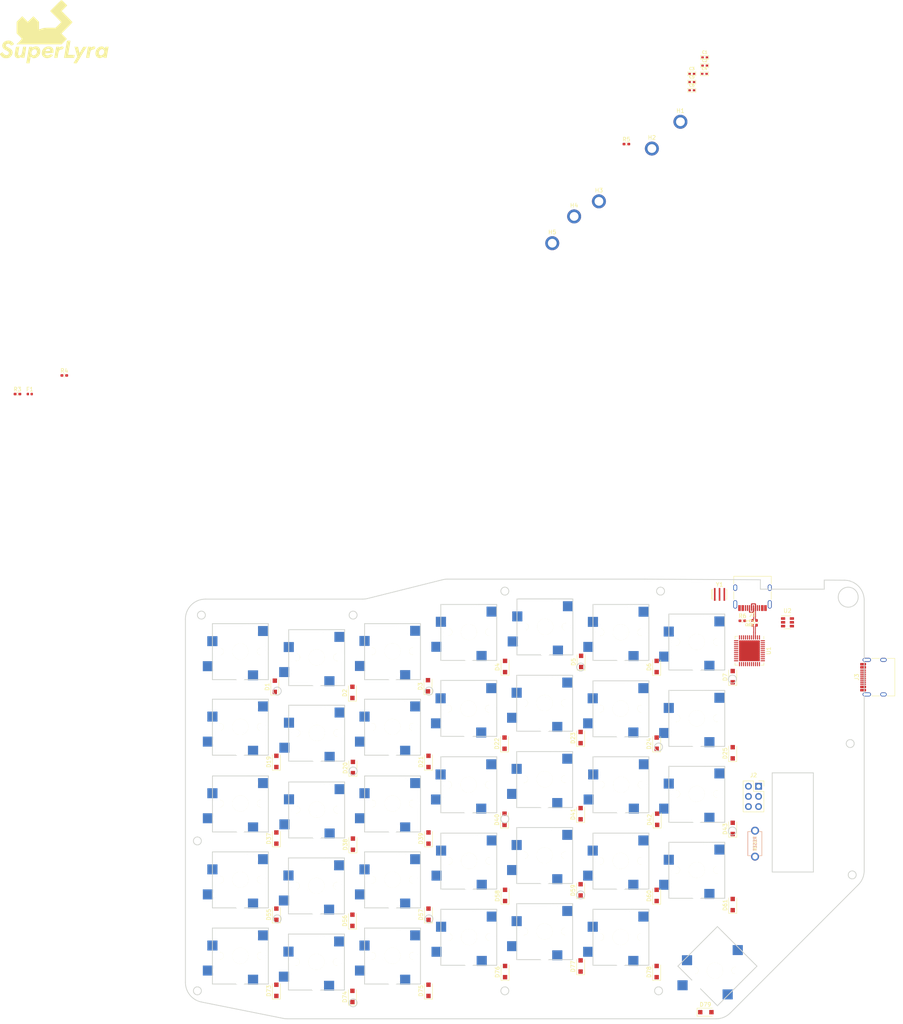
<source format=kicad_pcb>
(kicad_pcb (version 20171130) (host pcbnew "(5.1.10)-1")
  (layers (0 F.Cu signal) (31 B.Cu signal) (34 B.Paste user) (35 F.Paste user) (36 B.SilkS user) (37 F.SilkS user) (38 B.Mask user) (39 F.Mask user) (44 Edge.Cuts user))
  (net 0 "")
  (net 1 GND)
  (net 2 "Net-(C1-Pad1)")
  (net 3 VCC)
  (net 4 ROW0)
  (net 5 "Net-(D1-Pad2)")
  (net 6 "Net-(D2-Pad2)")
  (net 7 "Net-(D3-Pad2)")
  (net 8 "Net-(D4-Pad2)")
  (net 9 "Net-(D5-Pad2)")
  (net 10 "Net-(D6-Pad2)")
  (net 11 "Net-(D7-Pad2)")
  (net 12 ROW1)
  (net 13 "Net-(D19-Pad2)")
  (net 14 "Net-(D20-Pad2)")
  (net 15 "Net-(D21-Pad2)")
  (net 16 "Net-(D22-Pad2)")
  (net 17 "Net-(D23-Pad2)")
  (net 18 "Net-(D24-Pad2)")
  (net 19 "Net-(D25-Pad2)")
  (net 20 "Net-(D37-Pad2)")
  (net 21 ROW2)
  (net 22 "Net-(D38-Pad2)")
  (net 23 "Net-(D39-Pad2)")
  (net 24 "Net-(D40-Pad2)")
  (net 25 "Net-(D41-Pad2)")
  (net 26 "Net-(D42-Pad2)")
  (net 27 "Net-(D43-Pad2)")
  (net 28 ROW3)
  (net 29 "Net-(D55-Pad2)")
  (net 30 "Net-(D56-Pad2)")
  (net 31 "Net-(D57-Pad2)")
  (net 32 "Net-(D58-Pad2)")
  (net 33 "Net-(D59-Pad2)")
  (net 34 "Net-(D60-Pad2)")
  (net 35 "Net-(D61-Pad2)")
  (net 36 "Net-(D73-Pad2)")
  (net 37 ROW4)
  (net 38 "Net-(D74-Pad2)")
  (net 39 "Net-(D75-Pad2)")
  (net 40 "Net-(D76-Pad2)")
  (net 41 "Net-(D77-Pad2)")
  (net 42 "Net-(D78-Pad2)")
  (net 43 "Net-(D79-Pad2)")
  (net 44 /vbus-in)
  (net 45 "Net-(J1-PadB8)")
  (net 46 "Net-(J1-PadA5)")
  (net 47 DI-)
  (net 48 DI+)
  (net 49 "Net-(J1-PadA8)")
  (net 50 "Net-(J1-PadB5)")
  (net 51 COL0)
  (net 52 COL2)
  (net 53 COL1)
  (net 54 RST)
  (net 55 "Net-(J3-PadB5)")
  (net 56 "Net-(J3-PadA8)")
  (net 57 Serial)
  (net 58 "Net-(J3-PadA5)")
  (net 59 "Net-(J3-PadB8)")
  (net 60 "Net-(J3-PadA4)")
  (net 61 /D+)
  (net 62 /D-)
  (net 63 "Net-(R4-Pad2)")
  (net 64 COL3)
  (net 65 COL4)
  (net 66 COL5)
  (net 67 COL6)
  (net 68 "Net-(U1-Pad8)")
  (net 69 "Net-(U1-Pad12)")
  (net 70 "Net-(U1-Pad16)")
  (net 71 "Net-(U1-Pad17)")
  (net 72 "Net-(U1-Pad18)")
  (net 73 "Net-(U1-Pad19)")
  (net 74 "Net-(U1-Pad21)")
  (net 75 "Net-(U1-Pad22)")
  (net 76 "Net-(U1-Pad26)")
  (net 77 "Net-(U1-Pad29)")
  (net 78 "Net-(U1-Pad31)")
  (net 79 "Net-(U1-Pad32)")
  (net 80 "Net-(U1-Pad40)")
  (net 81 "Net-(U1-Pad41)")
  (net 82 "Net-(U1-Pad42)")
  (net 83 "Net-(U2-Pad3)")
  (net 84 "Net-(U2-Pad6)")
  (module Keebio:C_0402 (layer F.Cu) (at 185.269001 -91.186999)
    (fp_text reference C1 (at 0 -1.27) (layer F.SilkS) (effects (font (size 0.7 0.7))))
    (fp_text value 1u)
    (pad 2 smd rect (at 0.55 0) (size 0.6 0.5) (layers F.Cu F.Paste F.Mask) (net 1 GND))
    (pad 1 smd rect (at -0.55 0) (size 0.6 0.5) (layers F.Cu F.Paste F.Mask) (net 2 "Net-(C1-Pad1)"))
  )
  (module Keebio:C_0402 (layer F.Cu) (at 185.269001 -89.126999)
    (fp_text reference C2 (at 0 -1.27) (layer F.SilkS) (effects (font (size 0.7 0.7))))
    (fp_text value 0.1u)
    (pad 1 smd rect (at -0.55 0) (size 0.6 0.5) (layers F.Cu F.Paste F.Mask) (net 3 VCC))
    (pad 2 smd rect (at 0.55 0) (size 0.6 0.5) (layers F.Cu F.Paste F.Mask) (net 1 GND))
  )
  (module Keebio:C_0402 (layer F.Cu) (at 182.039001 -87.066999)
    (fp_text reference C3 (at 0 -1.27) (layer F.SilkS) (effects (font (size 0.7 0.7))))
    (fp_text value 0.1u)
    (pad 1 smd rect (at -0.55 0) (size 0.6 0.5) (layers F.Cu F.Paste F.Mask) (net 3 VCC))
    (pad 2 smd rect (at 0.55 0) (size 0.6 0.5) (layers F.Cu F.Paste F.Mask) (net 1 GND))
  )
  (module Keebio:C_0402 (layer F.Cu) (at 185.189001 -87.066999)
    (fp_text reference C4 (at 0 -1.27) (layer F.SilkS) (effects (font (size 0.7 0.7))))
    (fp_text value 0.1u)
    (pad 2 smd rect (at 0.55 0) (size 0.6 0.5) (layers F.Cu F.Paste F.Mask) (net 1 GND))
    (pad 1 smd rect (at -0.55 0) (size 0.6 0.5) (layers F.Cu F.Paste F.Mask) (net 3 VCC))
  )
  (module Keebio:C_0402 (layer F.Cu) (at 182.039001 -85.006999)
    (fp_text reference C5 (at 0 -1.27) (layer F.SilkS) (effects (font (size 0.7 0.7))))
    (fp_text value 10u)
    (pad 2 smd rect (at 0.55 0) (size 0.6 0.5) (layers F.Cu F.Paste F.Mask) (net 1 GND))
    (pad 1 smd rect (at -0.55 0) (size 0.6 0.5) (layers F.Cu F.Paste F.Mask) (net 3 VCC))
  )
  (module Keebio:C_0402 (layer F.Cu) (at 182.039001 -82.946999)
    (fp_text reference C6 (at 0 -1.27) (layer F.SilkS) (effects (font (size 0.7 0.7))))
    (fp_text value 0.1u)
    (pad 1 smd rect (at -0.55 0) (size 0.6 0.5) (layers F.Cu F.Paste F.Mask) (net 3 VCC))
    (pad 2 smd rect (at 0.55 0) (size 0.6 0.5) (layers F.Cu F.Paste F.Mask) (net 1 GND))
  )
  (module Diode_SMD:D_SOD-123F (layer F.Cu) (at 77.597 66.167 90)
    (fp_text reference D1 (at -0.127 -1.905 90) (layer F.SilkS))
    (fp_text value D_Small_ALT)
    (pad 1 smd rect (at -1.4 0 90) (size 1.1 1.1) (layers F.Cu F.Paste F.Mask) (net 4 ROW0))
    (pad 2 smd rect (at 1.4 0 90) (size 1.1 1.1) (layers F.Cu F.Paste F.Mask) (net 5 "Net-(D1-Pad2)"))
  )
  (module Diode_SMD:D_SOD-123F (layer F.Cu) (at 97.028 67.691 90)
    (fp_text reference D2 (at -0.127 -1.905 90) (layer F.SilkS))
    (fp_text value D_Small_ALT)
    (pad 2 smd rect (at 1.4 0 90) (size 1.1 1.1) (layers F.Cu F.Paste F.Mask) (net 6 "Net-(D2-Pad2)"))
    (pad 1 smd rect (at -1.4 0 90) (size 1.1 1.1) (layers F.Cu F.Paste F.Mask) (net 4 ROW0))
  )
  (module Diode_SMD:D_SOD-123F (layer F.Cu) (at 115.951 66.04 90)
    (fp_text reference D3 (at -0.127 -1.905 90) (layer F.SilkS))
    (fp_text value D_Small_ALT)
    (pad 1 smd rect (at -1.4 0 90) (size 1.1 1.1) (layers F.Cu F.Paste F.Mask) (net 4 ROW0))
    (pad 2 smd rect (at 1.4 0 90) (size 1.1 1.1) (layers F.Cu F.Paste F.Mask) (net 7 "Net-(D3-Pad2)"))
  )
  (module Diode_SMD:D_SOD-123F (layer F.Cu) (at 135.255 61.214 90)
    (fp_text reference D4 (at -0.127 -1.905 90) (layer F.SilkS))
    (fp_text value D_Small_ALT)
    (pad 2 smd rect (at 1.4 0 90) (size 1.1 1.1) (layers F.Cu F.Paste F.Mask) (net 8 "Net-(D4-Pad2)"))
    (pad 1 smd rect (at -1.4 0 90) (size 1.1 1.1) (layers F.Cu F.Paste F.Mask) (net 4 ROW0))
  )
  (module Diode_SMD:D_SOD-123F (layer F.Cu) (at 154.305 59.944 90)
    (fp_text reference D5 (at -0.127 -1.905 90) (layer F.SilkS))
    (fp_text value D_Small_ALT)
    (pad 1 smd rect (at -1.4 0 90) (size 1.1 1.1) (layers F.Cu F.Paste F.Mask) (net 4 ROW0))
    (pad 2 smd rect (at 1.4 0 90) (size 1.1 1.1) (layers F.Cu F.Paste F.Mask) (net 9 "Net-(D5-Pad2)"))
  )
  (module Diode_SMD:D_SOD-123F (layer F.Cu) (at 173.228 61.214 90)
    (fp_text reference D6 (at -0.127 -1.905 90) (layer F.SilkS))
    (fp_text value D_Small_ALT)
    (pad 1 smd rect (at -1.4 0 90) (size 1.1 1.1) (layers F.Cu F.Paste F.Mask) (net 4 ROW0))
    (pad 2 smd rect (at 1.4 0 90) (size 1.1 1.1) (layers F.Cu F.Paste F.Mask) (net 10 "Net-(D6-Pad2)"))
  )
  (module Diode_SMD:D_SOD-123F (layer F.Cu) (at 192.278 63.754 90)
    (fp_text reference D7 (at -0.127 -1.905 90) (layer F.SilkS))
    (fp_text value D_Small_ALT)
    (pad 2 smd rect (at 1.4 0 90) (size 1.1 1.1) (layers F.Cu F.Paste F.Mask) (net 11 "Net-(D7-Pad2)"))
    (pad 1 smd rect (at -1.4 0 90) (size 1.1 1.1) (layers F.Cu F.Paste F.Mask) (net 4 ROW0))
  )
  (module Diode_SMD:D_SOD-123F (layer F.Cu) (at 77.978 84.963 90)
    (fp_text reference D19 (at -0.127 -1.905 90) (layer F.SilkS))
    (fp_text value D_Small_ALT)
    (pad 1 smd rect (at -1.4 0 90) (size 1.1 1.1) (layers F.Cu F.Paste F.Mask) (net 12 ROW1))
    (pad 2 smd rect (at 1.4 0 90) (size 1.1 1.1) (layers F.Cu F.Paste F.Mask) (net 13 "Net-(D19-Pad2)"))
  )
  (module Diode_SMD:D_SOD-123F (layer F.Cu) (at 97.155 86.487 90)
    (fp_text reference D20 (at -0.127 -1.905 90) (layer F.SilkS))
    (fp_text value D_Small_ALT)
    (pad 2 smd rect (at 1.4 0 90) (size 1.1 1.1) (layers F.Cu F.Paste F.Mask) (net 14 "Net-(D20-Pad2)"))
    (pad 1 smd rect (at -1.4 0 90) (size 1.1 1.1) (layers F.Cu F.Paste F.Mask) (net 12 ROW1))
  )
  (module Diode_SMD:D_SOD-123F (layer F.Cu) (at 116.078 84.963 90)
    (fp_text reference D21 (at -0.127 -1.905 90) (layer F.SilkS))
    (fp_text value D_Small_ALT)
    (pad 1 smd rect (at -1.4 0 90) (size 1.1 1.1) (layers F.Cu F.Paste F.Mask) (net 12 ROW1))
    (pad 2 smd rect (at 1.4 0 90) (size 1.1 1.1) (layers F.Cu F.Paste F.Mask) (net 15 "Net-(D21-Pad2)"))
  )
  (module Diode_SMD:D_SOD-123F (layer F.Cu) (at 135.128 80.391 90)
    (fp_text reference D22 (at -0.127 -1.905 90) (layer F.SilkS))
    (fp_text value D_Small_ALT)
    (pad 2 smd rect (at 1.4 0 90) (size 1.1 1.1) (layers F.Cu F.Paste F.Mask) (net 16 "Net-(D22-Pad2)"))
    (pad 1 smd rect (at -1.4 0 90) (size 1.1 1.1) (layers F.Cu F.Paste F.Mask) (net 12 ROW1))
  )
  (module Diode_SMD:D_SOD-123F (layer F.Cu) (at 154.178 78.994 90)
    (fp_text reference D23 (at -0.127 -1.905 90) (layer F.SilkS))
    (fp_text value D_Small_ALT)
    (pad 1 smd rect (at -1.4 0 90) (size 1.1 1.1) (layers F.Cu F.Paste F.Mask) (net 12 ROW1))
    (pad 2 smd rect (at 1.4 0 90) (size 1.1 1.1) (layers F.Cu F.Paste F.Mask) (net 17 "Net-(D23-Pad2)"))
  )
  (module Diode_SMD:D_SOD-123F (layer F.Cu) (at 173.228 80.391 90)
    (fp_text reference D24 (at -0.127 -1.905 90) (layer F.SilkS))
    (fp_text value D_Small_ALT)
    (pad 2 smd rect (at 1.4 0 90) (size 1.1 1.1) (layers F.Cu F.Paste F.Mask) (net 18 "Net-(D24-Pad2)"))
    (pad 1 smd rect (at -1.4 0 90) (size 1.1 1.1) (layers F.Cu F.Paste F.Mask) (net 12 ROW1))
  )
  (module Diode_SMD:D_SOD-123F (layer F.Cu) (at 192.278 82.804 90)
    (fp_text reference D25 (at -0.127 -1.905 90) (layer F.SilkS))
    (fp_text value D_Small_ALT)
    (pad 1 smd rect (at -1.4 0 90) (size 1.1 1.1) (layers F.Cu F.Paste F.Mask) (net 12 ROW1))
    (pad 2 smd rect (at 1.4 0 90) (size 1.1 1.1) (layers F.Cu F.Paste F.Mask) (net 19 "Net-(D25-Pad2)"))
  )
  (module Diode_SMD:D_SOD-123F (layer F.Cu) (at 77.978 104.14 90)
    (fp_text reference D37 (at -0.127 -1.905 90) (layer F.SilkS))
    (fp_text value D_Small_ALT)
    (pad 2 smd rect (at 1.4 0 90) (size 1.1 1.1) (layers F.Cu F.Paste F.Mask) (net 20 "Net-(D37-Pad2)"))
    (pad 1 smd rect (at -1.4 0 90) (size 1.1 1.1) (layers F.Cu F.Paste F.Mask) (net 21 ROW2))
  )
  (module Diode_SMD:D_SOD-123F (layer F.Cu) (at 97.155 105.664 90)
    (fp_text reference D38 (at -0.127 -1.905 90) (layer F.SilkS))
    (fp_text value D_Small_ALT)
    (pad 1 smd rect (at -1.4 0 90) (size 1.1 1.1) (layers F.Cu F.Paste F.Mask) (net 21 ROW2))
    (pad 2 smd rect (at 1.4 0 90) (size 1.1 1.1) (layers F.Cu F.Paste F.Mask) (net 22 "Net-(D38-Pad2)"))
  )
  (module Diode_SMD:D_SOD-123F (layer F.Cu) (at 116.078 104.14 90)
    (fp_text reference D39 (at -0.127 -1.905 90) (layer F.SilkS))
    (fp_text value D_Small_ALT)
    (pad 2 smd rect (at 1.4 0 90) (size 1.1 1.1) (layers F.Cu F.Paste F.Mask) (net 23 "Net-(D39-Pad2)"))
    (pad 1 smd rect (at -1.4 0 90) (size 1.1 1.1) (layers F.Cu F.Paste F.Mask) (net 21 ROW2))
  )
  (module Diode_SMD:D_SOD-123F (layer F.Cu) (at 135.128 99.441 90)
    (fp_text reference D40 (at -0.127 -1.905 90) (layer F.SilkS))
    (fp_text value D_Small_ALT)
    (pad 1 smd rect (at -1.4 0 90) (size 1.1 1.1) (layers F.Cu F.Paste F.Mask) (net 21 ROW2))
    (pad 2 smd rect (at 1.4 0 90) (size 1.1 1.1) (layers F.Cu F.Paste F.Mask) (net 24 "Net-(D40-Pad2)"))
  )
  (module Diode_SMD:D_SOD-123F (layer F.Cu) (at 154.178 98.044 90)
    (fp_text reference D41 (at -0.127 -1.905 90) (layer F.SilkS))
    (fp_text value D_Small_ALT)
    (pad 2 smd rect (at 1.4 0 90) (size 1.1 1.1) (layers F.Cu F.Paste F.Mask) (net 25 "Net-(D41-Pad2)"))
    (pad 1 smd rect (at -1.4 0 90) (size 1.1 1.1) (layers F.Cu F.Paste F.Mask) (net 21 ROW2))
  )
  (module Diode_SMD:D_SOD-123F (layer F.Cu) (at 173.355 99.441 90)
    (fp_text reference D42 (at -0.127 -1.905 90) (layer F.SilkS))
    (fp_text value D_Small_ALT)
    (pad 1 smd rect (at -1.4 0 90) (size 1.1 1.1) (layers F.Cu F.Paste F.Mask) (net 21 ROW2))
    (pad 2 smd rect (at 1.4 0 90) (size 1.1 1.1) (layers F.Cu F.Paste F.Mask) (net 26 "Net-(D42-Pad2)"))
  )
  (module Diode_SMD:D_SOD-123F (layer F.Cu) (at 192.278 101.727 90)
    (fp_text reference D43 (at -0.127 -1.905 90) (layer F.SilkS))
    (fp_text value D_Small_ALT)
    (pad 2 smd rect (at 1.4 0 90) (size 1.1 1.1) (layers F.Cu F.Paste F.Mask) (net 27 "Net-(D43-Pad2)"))
    (pad 1 smd rect (at -1.4 0 90) (size 1.1 1.1) (layers F.Cu F.Paste F.Mask) (net 21 ROW2))
  )
  (module Diode_SMD:D_SOD-123F (layer F.Cu) (at 77.978 123.19 90)
    (fp_text reference D55 (at -0.127 -1.905 90) (layer F.SilkS))
    (fp_text value D_Small_ALT)
    (pad 1 smd rect (at -1.4 0 90) (size 1.1 1.1) (layers F.Cu F.Paste F.Mask) (net 28 ROW3))
    (pad 2 smd rect (at 1.4 0 90) (size 1.1 1.1) (layers F.Cu F.Paste F.Mask) (net 29 "Net-(D55-Pad2)"))
  )
  (module Diode_SMD:D_SOD-123F (layer F.Cu) (at 97.028 124.714 90)
    (fp_text reference D56 (at -0.127 -1.905 90) (layer F.SilkS))
    (fp_text value D_Small_ALT)
    (pad 2 smd rect (at 1.4 0 90) (size 1.1 1.1) (layers F.Cu F.Paste F.Mask) (net 30 "Net-(D56-Pad2)"))
    (pad 1 smd rect (at -1.4 0 90) (size 1.1 1.1) (layers F.Cu F.Paste F.Mask) (net 28 ROW3))
  )
  (module Diode_SMD:D_SOD-123F (layer F.Cu) (at 116.078 123.19 90)
    (fp_text reference D57 (at -0.127 -1.905 90) (layer F.SilkS))
    (fp_text value D_Small_ALT)
    (pad 1 smd rect (at -1.4 0 90) (size 1.1 1.1) (layers F.Cu F.Paste F.Mask) (net 28 ROW3))
    (pad 2 smd rect (at 1.4 0 90) (size 1.1 1.1) (layers F.Cu F.Paste F.Mask) (net 31 "Net-(D57-Pad2)"))
  )
  (module Diode_SMD:D_SOD-123F (layer F.Cu) (at 135.255 118.491 90)
    (fp_text reference D58 (at -0.127 -1.905 90) (layer F.SilkS))
    (fp_text value D_Small_ALT)
    (pad 2 smd rect (at 1.4 0 90) (size 1.1 1.1) (layers F.Cu F.Paste F.Mask) (net 32 "Net-(D58-Pad2)"))
    (pad 1 smd rect (at -1.4 0 90) (size 1.1 1.1) (layers F.Cu F.Paste F.Mask) (net 28 ROW3))
  )
  (module Diode_SMD:D_SOD-123F (layer F.Cu) (at 154.178 117.094 90)
    (fp_text reference D59 (at -0.127 -1.905 90) (layer F.SilkS))
    (fp_text value D_Small_ALT)
    (pad 1 smd rect (at -1.4 0 90) (size 1.1 1.1) (layers F.Cu F.Paste F.Mask) (net 28 ROW3))
    (pad 2 smd rect (at 1.4 0 90) (size 1.1 1.1) (layers F.Cu F.Paste F.Mask) (net 33 "Net-(D59-Pad2)"))
  )
  (module Diode_SMD:D_SOD-123F (layer F.Cu) (at 173.228 118.491 90)
    (fp_text reference D60 (at -0.127 -1.905 90) (layer F.SilkS))
    (fp_text value D_Small_ALT)
    (pad 2 smd rect (at 1.4 0 90) (size 1.1 1.1) (layers F.Cu F.Paste F.Mask) (net 34 "Net-(D60-Pad2)"))
    (pad 1 smd rect (at -1.4 0 90) (size 1.1 1.1) (layers F.Cu F.Paste F.Mask) (net 28 ROW3))
  )
  (module Diode_SMD:D_SOD-123F (layer F.Cu) (at 192.278 120.777 90)
    (fp_text reference D61 (at -0.127 -1.905 90) (layer F.SilkS))
    (fp_text value D_Small_ALT)
    (pad 1 smd rect (at -1.4 0 90) (size 1.1 1.1) (layers F.Cu F.Paste F.Mask) (net 28 ROW3))
    (pad 2 smd rect (at 1.4 0 90) (size 1.1 1.1) (layers F.Cu F.Paste F.Mask) (net 35 "Net-(D61-Pad2)"))
  )
  (module Diode_SMD:D_SOD-123F (layer F.Cu) (at 77.978 142.24 90)
    (fp_text reference D73 (at -0.127 -1.905 90) (layer F.SilkS))
    (fp_text value D_Small_ALT)
    (pad 2 smd rect (at 1.4 0 90) (size 1.1 1.1) (layers F.Cu F.Paste F.Mask) (net 36 "Net-(D73-Pad2)"))
    (pad 1 smd rect (at -1.4 0 90) (size 1.1 1.1) (layers F.Cu F.Paste F.Mask) (net 37 ROW4))
  )
  (module Diode_SMD:D_SOD-123F (layer F.Cu) (at 97.028 143.764 90)
    (fp_text reference D74 (at -0.127 -1.905 90) (layer F.SilkS))
    (fp_text value D_Small_ALT)
    (pad 1 smd rect (at -1.4 0 90) (size 1.1 1.1) (layers F.Cu F.Paste F.Mask) (net 37 ROW4))
    (pad 2 smd rect (at 1.4 0 90) (size 1.1 1.1) (layers F.Cu F.Paste F.Mask) (net 38 "Net-(D74-Pad2)"))
  )
  (module Diode_SMD:D_SOD-123F (layer F.Cu) (at 116.078 142.24 90)
    (fp_text reference D75 (at -0.127 -1.905 90) (layer F.SilkS))
    (fp_text value D_Small_ALT)
    (pad 2 smd rect (at 1.4 0 90) (size 1.1 1.1) (layers F.Cu F.Paste F.Mask) (net 39 "Net-(D75-Pad2)"))
    (pad 1 smd rect (at -1.4 0 90) (size 1.1 1.1) (layers F.Cu F.Paste F.Mask) (net 37 ROW4))
  )
  (module Diode_SMD:D_SOD-123F (layer F.Cu) (at 135.255 137.541 90)
    (fp_text reference D76 (at -0.127 -1.905 90) (layer F.SilkS))
    (fp_text value D_Small_ALT)
    (pad 1 smd rect (at -1.4 0 90) (size 1.1 1.1) (layers F.Cu F.Paste F.Mask) (net 37 ROW4))
    (pad 2 smd rect (at 1.4 0 90) (size 1.1 1.1) (layers F.Cu F.Paste F.Mask) (net 40 "Net-(D76-Pad2)"))
  )
  (module Diode_SMD:D_SOD-123F (layer F.Cu) (at 154.178 136.144 90)
    (fp_text reference D77 (at -0.127 -1.905 90) (layer F.SilkS))
    (fp_text value D_Small_ALT)
    (pad 1 smd rect (at -1.4 0 90) (size 1.1 1.1) (layers F.Cu F.Paste F.Mask) (net 37 ROW4))
    (pad 2 smd rect (at 1.4 0 90) (size 1.1 1.1) (layers F.Cu F.Paste F.Mask) (net 41 "Net-(D77-Pad2)"))
  )
  (module Diode_SMD:D_SOD-123F (layer F.Cu) (at 173.228 137.541 90)
    (fp_text reference D78 (at -0.127 -1.905 90) (layer F.SilkS))
    (fp_text value D_Small_ALT)
    (pad 2 smd rect (at 1.4 0 90) (size 1.1 1.1) (layers F.Cu F.Paste F.Mask) (net 42 "Net-(D78-Pad2)"))
    (pad 1 smd rect (at -1.4 0 90) (size 1.1 1.1) (layers F.Cu F.Paste F.Mask) (net 37 ROW4))
  )
  (module Diode_SMD:D_SOD-123F (layer F.Cu) (at 185.547 147.701)
    (fp_text reference D79 (at -0.127 -1.905) (layer F.SilkS))
    (fp_text value D_Small_ALT)
    (pad 2 smd rect (at 1.4 0) (size 1.1 1.1) (layers F.Cu F.Paste F.Mask) (net 43 "Net-(D79-Pad2)"))
    (pad 1 smd rect (at -1.4 0) (size 1.1 1.1) (layers F.Cu F.Paste F.Mask) (net 37 ROW4))
  )
  (module Fuse:Fuse_0402_1005Metric (layer F.Cu) (at 16.218001 -6.951999)
    (fp_text reference F1 (at 0 -1.17) (layer F.SilkS))
    (fp_text value Polyfuse_Small)
    (pad 1 smd roundrect (at -0.485 0) (size 0.59 0.64) (layers F.Cu F.Paste F.Mask) (net 3 VCC))
    (pad 2 smd roundrect (at 0.485 0) (size 0.59 0.64) (layers F.Cu F.Paste F.Mask) (net 44 /vbus-in))
  )
  (module MountingHole:MountingHole_2.2mm_M2_ISO7380_Pad (layer F.Cu) (at 179.178001 -75.071999)
    (fp_text reference H1 (at 0 -2.75) (layer F.SilkS))
    (fp_text value MountingHole)
    (pad 1 thru_hole circle (at 0 0) (size 3.5 3.5) (drill 2.2) (layers *.Cu *.Mask))
  )
  (module MountingHole:MountingHole_2.2mm_M2_ISO7380_Pad (layer F.Cu) (at 172.028001 -68.371999)
    (fp_text reference H2 (at 0 -2.75) (layer F.SilkS))
    (fp_text value MountingHole)
    (pad 1 thru_hole circle (at 0 0) (size 3.5 3.5) (drill 2.2) (layers *.Cu *.Mask))
  )
  (module MountingHole:MountingHole_2.2mm_M2_ISO7380_Pad (layer F.Cu) (at 158.768001 -55.161999)
    (fp_text reference H3 (at 0 -2.75) (layer F.SilkS))
    (fp_text value MountingHole)
    (pad 1 thru_hole circle (at 0 0) (size 3.5 3.5) (drill 2.2) (layers *.Cu *.Mask))
  )
  (module MountingHole:MountingHole_2.2mm_M2_ISO7380_Pad (layer F.Cu) (at 152.558001 -51.391999)
    (fp_text reference H4 (at 0 -2.75) (layer F.SilkS))
    (fp_text value MountingHole)
    (pad 1 thru_hole circle (at 0 0) (size 3.5 3.5) (drill 2.2) (layers *.Cu *.Mask))
  )
  (module MountingHole:MountingHole_2.2mm_M2_ISO7380_Pad (layer F.Cu) (at 147.078001 -44.691999)
    (fp_text reference H5 (at 0 -2.75) (layer F.SilkS))
    (fp_text value MountingHole)
    (pad 1 thru_hole circle (at 0 0) (size 3.5 3.5) (drill 2.2) (layers *.Cu *.Mask))
  )
  (module gfx:SuperLyraLogo (layer F.Cu) (at 22.337592 -97.657999)
    (fp_text reference H25 hide)
    (fp_text value Logo hide)
  )
  (module Connector_USB:USB_C_Receptacle_HRO_TYPE-C-31-M-12 (layer F.Cu) (at 197.231 42.545 180)
    (fp_text reference J1 (at 0 -5.645) (layer F.SilkS))
    (fp_text value Computer/Power)
    (pad B1 smd rect (at 3.25 -4.045 180) (size 0.6 1.45) (layers F.Cu F.Paste F.Mask) (net 1 GND))
    (pad A9 smd rect (at 2.45 -4.045 180) (size 0.6 1.45) (layers F.Cu F.Paste F.Mask) (net 44 /vbus-in))
    (pad B9 smd rect (at -2.45 -4.045 180) (size 0.6 1.45) (layers F.Cu F.Paste F.Mask) (net 44 /vbus-in))
    (pad B12 smd rect (at -3.25 -4.045 180) (size 0.6 1.45) (layers F.Cu F.Paste F.Mask) (net 1 GND))
    (pad A1 smd rect (at -3.25 -4.045 180) (size 0.6 1.45) (layers F.Cu F.Paste F.Mask) (net 1 GND))
    (pad A4 smd rect (at -2.45 -4.045 180) (size 0.6 1.45) (layers F.Cu F.Paste F.Mask) (net 44 /vbus-in))
    (pad B4 smd rect (at 2.45 -4.045 180) (size 0.6 1.45) (layers F.Cu F.Paste F.Mask) (net 44 /vbus-in))
    (pad A12 smd rect (at 3.25 -4.045 180) (size 0.6 1.45) (layers F.Cu F.Paste F.Mask) (net 1 GND))
    (pad B8 smd rect (at -1.75 -4.045 180) (size 0.3 1.45) (layers F.Cu F.Paste F.Mask) (net 45 "Net-(J1-PadB8)"))
    (pad A5 smd rect (at -1.25 -4.045 180) (size 0.3 1.45) (layers F.Cu F.Paste F.Mask) (net 46 "Net-(J1-PadA5)"))
    (pad B7 smd rect (at -0.75 -4.045 180) (size 0.3 1.45) (layers F.Cu F.Paste F.Mask) (net 47 DI-))
    (pad A7 smd rect (at 0.25 -4.045 180) (size 0.3 1.45) (layers F.Cu F.Paste F.Mask) (net 47 DI-))
    (pad B6 smd rect (at 0.75 -4.045 180) (size 0.3 1.45) (layers F.Cu F.Paste F.Mask) (net 48 DI+))
    (pad A8 smd rect (at 1.25 -4.045 180) (size 0.3 1.45) (layers F.Cu F.Paste F.Mask) (net 49 "Net-(J1-PadA8)"))
    (pad B5 smd rect (at 1.75 -4.045 180) (size 0.3 1.45) (layers F.Cu F.Paste F.Mask) (net 50 "Net-(J1-PadB5)"))
    (pad A6 smd rect (at -0.25 -4.045 180) (size 0.3 1.45) (layers F.Cu F.Paste F.Mask) (net 48 DI+))
    (pad S1 thru_hole oval (at 4.32 -3.13 180) (size 1 2.1) (drill oval 0.6 1.7) (layers *.Cu *.Mask) (net 1 GND))
    (pad S1 thru_hole oval (at -4.32 -3.13 180) (size 1 2.1) (drill oval 0.6 1.7) (layers *.Cu *.Mask) (net 1 GND))
    (pad "" np_thru_hole circle (at -2.89 -2.6 180) (size 0.65 0.65) (drill 0.65) (layers *.Cu *.Mask))
    (pad S1 thru_hole oval (at -4.32 1.05 180) (size 1 1.6) (drill oval 0.6 1.2) (layers *.Cu *.Mask) (net 1 GND))
    (pad "" np_thru_hole circle (at 2.89 -2.6 180) (size 0.65 0.65) (drill 0.65) (layers *.Cu *.Mask))
    (pad S1 thru_hole oval (at 4.32 1.05 180) (size 1 1.6) (drill oval 0.6 1.2) (layers *.Cu *.Mask) (net 1 GND))
  )
  (module Connector_PinSocket_2.54mm:PinSocket_2x03_P2.54mm_Vertical (layer F.Cu) (at 198.755 91.186)
    (fp_text reference J2 (at -1.27 -2.77) (layer F.SilkS))
    (fp_text value AVR-ISP-6)
    (pad 1 thru_hole rect (at 0 0) (size 1.7 1.7) (drill 1) (layers *.Cu *.Mask) (net 51 COL0))
    (pad 2 thru_hole oval (at -2.54 0) (size 1.7 1.7) (drill 1) (layers *.Cu *.Mask) (net 3 VCC))
    (pad 3 thru_hole oval (at 0 2.54) (size 1.7 1.7) (drill 1) (layers *.Cu *.Mask) (net 52 COL2))
    (pad 4 thru_hole oval (at -2.54 2.54) (size 1.7 1.7) (drill 1) (layers *.Cu *.Mask) (net 53 COL1))
    (pad 5 thru_hole oval (at 0 5.08) (size 1.7 1.7) (drill 1) (layers *.Cu *.Mask) (net 54 RST))
    (pad 6 thru_hole oval (at -2.54 5.08) (size 1.7 1.7) (drill 1) (layers *.Cu *.Mask) (net 1 GND))
  )
  (module Connector_USB:USB_C_Receptacle_HRO_TYPE-C-31-M-12 (layer F.Cu) (at 228.981 63.881 90)
    (fp_text reference J3 (at 0 -5.645 90) (layer F.SilkS))
    (fp_text value "Half/Half Comm")
    (pad S1 thru_hole oval (at 4.32 1.05 90) (size 1 1.6) (drill oval 0.6 1.2) (layers *.Cu *.Mask) (net 1 GND))
    (pad "" np_thru_hole circle (at 2.89 -2.6 90) (size 0.65 0.65) (drill 0.65) (layers *.Cu *.Mask))
    (pad S1 thru_hole oval (at -4.32 1.05 90) (size 1 1.6) (drill oval 0.6 1.2) (layers *.Cu *.Mask) (net 1 GND))
    (pad "" np_thru_hole circle (at -2.89 -2.6 90) (size 0.65 0.65) (drill 0.65) (layers *.Cu *.Mask))
    (pad S1 thru_hole oval (at -4.32 -3.13 90) (size 1 2.1) (drill oval 0.6 1.7) (layers *.Cu *.Mask) (net 1 GND))
    (pad S1 thru_hole oval (at 4.32 -3.13 90) (size 1 2.1) (drill oval 0.6 1.7) (layers *.Cu *.Mask) (net 1 GND))
    (pad A6 smd rect (at -0.25 -4.045 90) (size 0.3 1.45) (layers F.Cu F.Paste F.Mask) (net 3 VCC))
    (pad B5 smd rect (at 1.75 -4.045 90) (size 0.3 1.45) (layers F.Cu F.Paste F.Mask) (net 55 "Net-(J3-PadB5)"))
    (pad A8 smd rect (at 1.25 -4.045 90) (size 0.3 1.45) (layers F.Cu F.Paste F.Mask) (net 56 "Net-(J3-PadA8)"))
    (pad B6 smd rect (at 0.75 -4.045 90) (size 0.3 1.45) (layers F.Cu F.Paste F.Mask) (net 3 VCC))
    (pad A7 smd rect (at 0.25 -4.045 90) (size 0.3 1.45) (layers F.Cu F.Paste F.Mask) (net 57 Serial))
    (pad B7 smd rect (at -0.75 -4.045 90) (size 0.3 1.45) (layers F.Cu F.Paste F.Mask) (net 57 Serial))
    (pad A5 smd rect (at -1.25 -4.045 90) (size 0.3 1.45) (layers F.Cu F.Paste F.Mask) (net 58 "Net-(J3-PadA5)"))
    (pad B8 smd rect (at -1.75 -4.045 90) (size 0.3 1.45) (layers F.Cu F.Paste F.Mask) (net 59 "Net-(J3-PadB8)"))
    (pad A12 smd rect (at 3.25 -4.045 90) (size 0.6 1.45) (layers F.Cu F.Paste F.Mask) (net 1 GND))
    (pad B4 smd rect (at 2.45 -4.045 90) (size 0.6 1.45) (layers F.Cu F.Paste F.Mask) (net 60 "Net-(J3-PadA4)"))
    (pad A4 smd rect (at -2.45 -4.045 90) (size 0.6 1.45) (layers F.Cu F.Paste F.Mask) (net 60 "Net-(J3-PadA4)"))
    (pad A1 smd rect (at -3.25 -4.045 90) (size 0.6 1.45) (layers F.Cu F.Paste F.Mask) (net 1 GND))
    (pad B12 smd rect (at -3.25 -4.045 90) (size 0.6 1.45) (layers F.Cu F.Paste F.Mask) (net 1 GND))
    (pad B9 smd rect (at -2.45 -4.045 90) (size 0.6 1.45) (layers F.Cu F.Paste F.Mask) (net 60 "Net-(J3-PadA4)"))
    (pad A9 smd rect (at 2.45 -4.045 90) (size 0.6 1.45) (layers F.Cu F.Paste F.Mask) (net 60 "Net-(J3-PadA4)"))
    (pad B1 smd rect (at 3.25 -4.045 90) (size 0.6 1.45) (layers F.Cu F.Paste F.Mask) (net 1 GND))
  )
  (module Resistor_SMD:R_0402_1005Metric_Pad0.72x0.64mm_HandSolder (layer F.Cu) (at 197.231 50.292 90)
    (fp_text reference R1 (at 0 -1.17 90) (layer F.SilkS))
    (fp_text value 22)
    (pad 1 smd roundrect (at -0.5975 0 90) (size 0.715 0.64) (layers F.Cu F.Paste F.Mask) (net 61 /D+))
    (pad 2 smd roundrect (at 0.5975 0 90) (size 0.715 0.64) (layers F.Cu F.Paste F.Mask) (net 48 DI+))
  )
  (module Resistor_SMD:R_0402_1005Metric_Pad0.72x0.64mm_HandSolder (layer F.Cu) (at 198.247 50.292 90)
    (fp_text reference R2 (at 0 -1.17 90) (layer F.SilkS))
    (fp_text value 22)
    (pad 2 smd roundrect (at 0.5975 0 90) (size 0.715 0.64) (layers F.Cu F.Paste F.Mask) (net 47 DI-))
    (pad 1 smd roundrect (at -0.5975 0 90) (size 0.715 0.64) (layers F.Cu F.Paste F.Mask) (net 62 /D-))
  )
  (module Resistor_SMD:R_0402_1005Metric_Pad0.72x0.64mm_HandSolder (layer F.Cu) (at 13.138001 -6.951999)
    (fp_text reference R3 (at 0 -1.17) (layer F.SilkS))
    (fp_text value 10k)
    (pad 2 smd roundrect (at 0.5975 0) (size 0.715 0.64) (layers F.Cu F.Paste F.Mask) (net 3 VCC))
    (pad 1 smd roundrect (at -0.5975 0) (size 0.715 0.64) (layers F.Cu F.Paste F.Mask) (net 54 RST))
  )
  (module Resistor_SMD:R_0402_1005Metric_Pad0.72x0.64mm_HandSolder (layer F.Cu) (at 24.868001 -11.601999)
    (fp_text reference R4 (at 0 -1.17) (layer F.SilkS))
    (fp_text value 10k)
    (pad 1 smd roundrect (at -0.5975 0) (size 0.715 0.64) (layers F.Cu F.Paste F.Mask) (net 1 GND))
    (pad 2 smd roundrect (at 0.5975 0) (size 0.715 0.64) (layers F.Cu F.Paste F.Mask) (net 63 "Net-(R4-Pad2)"))
  )
  (module Resistor_SMD:R_0402_1005Metric_Pad0.72x0.64mm_HandSolder (layer F.Cu) (at 165.648001 -69.491999)
    (fp_text reference R5 (at 0 -1.17) (layer F.SilkS))
    (fp_text value 5.1k)
    (pad 1 smd roundrect (at -0.5975 0) (size 0.715 0.64) (layers F.Cu F.Paste F.Mask) (net 1 GND))
    (pad 2 smd roundrect (at 0.5975 0) (size 0.715 0.64) (layers F.Cu F.Paste F.Mask) (net 46 "Net-(J1-PadA5)"))
  )
  (module Resistor_SMD:R_0402_1005Metric_Pad0.72x0.64mm_HandSolder (layer F.Cu) (at 194.691 49.784)
    (fp_text reference R6 (at 0.030999 -1.206001) (layer F.SilkS))
    (fp_text value 5.1k)
    (pad 2 smd roundrect (at 0.5975 0) (size 0.715 0.64) (layers F.Cu F.Paste F.Mask) (net 50 "Net-(J1-PadB5)"))
    (pad 1 smd roundrect (at -0.5975 0) (size 0.715 0.64) (layers F.Cu F.Paste F.Mask) (net 1 GND))
  )
  (module lily58:MX_Socket_18mmSingleSided (layer F.Cu) (at 68.953756 57.458869)
    (fp_text reference SW1 hide)
    (fp_text value SW_Push hide)
    (pad 1 smd rect (at 5.7 -5.12 180) (size 2.55 2.5) (layers B.Cu B.Paste B.Mask) (net 5 "Net-(D1-Pad2)"))
    (pad "" np_thru_hole circle (at -5.08 0) (size 1.8 1.8) (drill 1.8) (layers *.Cu *.Mask F.SilkS))
    (pad "" np_thru_hole circle (at 5.08 0) (size 1.8 1.8) (drill 1.8) (layers *.Cu *.Mask F.SilkS))
    (pad "" np_thru_hole circle (at 0 0 90) (size 4 4) (drill 4) (layers *.Cu *.Mask F.SilkS))
    (pad "" np_thru_hole circle (at 2.54 -5.08 180) (size 3 3) (drill 3) (layers *.Cu *.Mask))
    (pad "" np_thru_hole circle (at -3.81 -2.54 180) (size 3 3) (drill 3) (layers *.Cu *.Mask))
    (pad 2 smd rect (at -7 -2.58 180) (size 2.55 2.5) (layers B.Cu B.Paste B.Mask) (net 51 COL0))
    (pad "" np_thru_hole circle (at 0 5.9) (size 3 3) (drill 3) (layers *.Cu *.Mask))
    (pad "" np_thru_hole circle (at -5 3.8) (size 3 3) (drill 3) (layers *.Cu *.Mask))
    (pad "" np_thru_hole circle (at -5.5 0) (size 1.9 1.9) (drill 1.9) (layers *.Cu *.Mask) (clearance 0.1524))
    (pad "" np_thru_hole circle (at 5.08 0) (size 1.7 1.7) (drill 1.7) (layers *.Cu *.Mask) (clearance 0.1524))
    (pad "" np_thru_hole circle (at -5.08 0) (size 1.7 1.7) (drill 1.7) (layers *.Cu *.Mask) (clearance 0.1524))
    (pad "" np_thru_hole circle (at 0 0) (size 4 4) (drill 4) (layers *.Cu *.Mask) (clearance 0.1524))
    (pad "" np_thru_hole circle (at 5.5 0) (size 1.9 1.9) (drill 1.9) (layers *.Cu *.Mask) (clearance 0.1524))
    (pad 1 smd rect (at 3.175 5.969 180) (size 2.55 2.5) (layers B.Cu B.Paste B.Mask) (net 5 "Net-(D1-Pad2)"))
    (pad 2 smd rect (at -8.128 3.683 180) (size 2.55 2.5) (layers B.Cu B.Paste B.Mask) (net 51 COL0))
  )
  (module lily58:MX_Socket_18mmSingleSided (layer F.Cu) (at 88.089062 58.929417)
    (fp_text reference SW2 hide)
    (fp_text value SW_Push hide)
    (pad 2 smd rect (at -8.128 3.683 180) (size 2.55 2.5) (layers B.Cu B.Paste B.Mask) (net 53 COL1))
    (pad 1 smd rect (at 3.175 5.969 180) (size 2.55 2.5) (layers B.Cu B.Paste B.Mask) (net 6 "Net-(D2-Pad2)"))
    (pad "" np_thru_hole circle (at 5.5 0) (size 1.9 1.9) (drill 1.9) (layers *.Cu *.Mask) (clearance 0.1524))
    (pad "" np_thru_hole circle (at 0 0) (size 4 4) (drill 4) (layers *.Cu *.Mask) (clearance 0.1524))
    (pad "" np_thru_hole circle (at -5.08 0) (size 1.7 1.7) (drill 1.7) (layers *.Cu *.Mask) (clearance 0.1524))
    (pad "" np_thru_hole circle (at 5.08 0) (size 1.7 1.7) (drill 1.7) (layers *.Cu *.Mask) (clearance 0.1524))
    (pad "" np_thru_hole circle (at -5.5 0) (size 1.9 1.9) (drill 1.9) (layers *.Cu *.Mask) (clearance 0.1524))
    (pad "" np_thru_hole circle (at -5 3.8) (size 3 3) (drill 3) (layers *.Cu *.Mask))
    (pad "" np_thru_hole circle (at 0 5.9) (size 3 3) (drill 3) (layers *.Cu *.Mask))
    (pad 2 smd rect (at -7 -2.58 180) (size 2.55 2.5) (layers B.Cu B.Paste B.Mask) (net 53 COL1))
    (pad "" np_thru_hole circle (at -3.81 -2.54 180) (size 3 3) (drill 3) (layers *.Cu *.Mask))
    (pad "" np_thru_hole circle (at 2.54 -5.08 180) (size 3 3) (drill 3) (layers *.Cu *.Mask))
    (pad "" np_thru_hole circle (at 0 0 90) (size 4 4) (drill 4) (layers *.Cu *.Mask F.SilkS))
    (pad "" np_thru_hole circle (at 5.08 0) (size 1.8 1.8) (drill 1.8) (layers *.Cu *.Mask F.SilkS))
    (pad "" np_thru_hole circle (at -5.08 0) (size 1.8 1.8) (drill 1.8) (layers *.Cu *.Mask F.SilkS))
    (pad 1 smd rect (at 5.7 -5.12 180) (size 2.55 2.5) (layers B.Cu B.Paste B.Mask) (net 6 "Net-(D2-Pad2)"))
  )
  (module lily58:MX_Socket_18mmSingleSided (layer F.Cu) (at 107.061 57.404)
    (fp_text reference SW3 hide)
    (fp_text value SW_Push hide)
    (pad 2 smd rect (at -8.128 3.683 180) (size 2.55 2.5) (layers B.Cu B.Paste B.Mask) (net 52 COL2))
    (pad 1 smd rect (at 3.175 5.969 180) (size 2.55 2.5) (layers B.Cu B.Paste B.Mask) (net 7 "Net-(D3-Pad2)"))
    (pad "" np_thru_hole circle (at 5.5 0) (size 1.9 1.9) (drill 1.9) (layers *.Cu *.Mask) (clearance 0.1524))
    (pad "" np_thru_hole circle (at 0 0) (size 4 4) (drill 4) (layers *.Cu *.Mask) (clearance 0.1524))
    (pad "" np_thru_hole circle (at -5.08 0) (size 1.7 1.7) (drill 1.7) (layers *.Cu *.Mask) (clearance 0.1524))
    (pad "" np_thru_hole circle (at 5.08 0) (size 1.7 1.7) (drill 1.7) (layers *.Cu *.Mask) (clearance 0.1524))
    (pad "" np_thru_hole circle (at -5.5 0) (size 1.9 1.9) (drill 1.9) (layers *.Cu *.Mask) (clearance 0.1524))
    (pad "" np_thru_hole circle (at -5 3.8) (size 3 3) (drill 3) (layers *.Cu *.Mask))
    (pad "" np_thru_hole circle (at 0 5.9) (size 3 3) (drill 3) (layers *.Cu *.Mask))
    (pad 2 smd rect (at -7 -2.58 180) (size 2.55 2.5) (layers B.Cu B.Paste B.Mask) (net 52 COL2))
    (pad "" np_thru_hole circle (at -3.81 -2.54 180) (size 3 3) (drill 3) (layers *.Cu *.Mask))
    (pad "" np_thru_hole circle (at 2.54 -5.08 180) (size 3 3) (drill 3) (layers *.Cu *.Mask))
    (pad "" np_thru_hole circle (at 0 0 90) (size 4 4) (drill 4) (layers *.Cu *.Mask F.SilkS))
    (pad "" np_thru_hole circle (at 5.08 0) (size 1.8 1.8) (drill 1.8) (layers *.Cu *.Mask F.SilkS))
    (pad "" np_thru_hole circle (at -5.08 0) (size 1.8 1.8) (drill 1.8) (layers *.Cu *.Mask F.SilkS))
    (pad 1 smd rect (at 5.7 -5.12 180) (size 2.55 2.5) (layers B.Cu B.Paste B.Mask) (net 7 "Net-(D3-Pad2)"))
  )
  (module lily58:MX_Socket_18mmSingleSided (layer F.Cu) (at 126.1937 52.603525)
    (fp_text reference SW4 hide)
    (fp_text value SW_Push hide)
    (pad 1 smd rect (at 5.7 -5.12 180) (size 2.55 2.5) (layers B.Cu B.Paste B.Mask) (net 8 "Net-(D4-Pad2)"))
    (pad "" np_thru_hole circle (at -5.08 0) (size 1.8 1.8) (drill 1.8) (layers *.Cu *.Mask F.SilkS))
    (pad "" np_thru_hole circle (at 5.08 0) (size 1.8 1.8) (drill 1.8) (layers *.Cu *.Mask F.SilkS))
    (pad "" np_thru_hole circle (at 0 0 90) (size 4 4) (drill 4) (layers *.Cu *.Mask F.SilkS))
    (pad "" np_thru_hole circle (at 2.54 -5.08 180) (size 3 3) (drill 3) (layers *.Cu *.Mask))
    (pad "" np_thru_hole circle (at -3.81 -2.54 180) (size 3 3) (drill 3) (layers *.Cu *.Mask))
    (pad 2 smd rect (at -7 -2.58 180) (size 2.55 2.5) (layers B.Cu B.Paste B.Mask) (net 64 COL3))
    (pad "" np_thru_hole circle (at 0 5.9) (size 3 3) (drill 3) (layers *.Cu *.Mask))
    (pad "" np_thru_hole circle (at -5 3.8) (size 3 3) (drill 3) (layers *.Cu *.Mask))
    (pad "" np_thru_hole circle (at -5.5 0) (size 1.9 1.9) (drill 1.9) (layers *.Cu *.Mask) (clearance 0.1524))
    (pad "" np_thru_hole circle (at 5.08 0) (size 1.7 1.7) (drill 1.7) (layers *.Cu *.Mask) (clearance 0.1524))
    (pad "" np_thru_hole circle (at -5.08 0) (size 1.7 1.7) (drill 1.7) (layers *.Cu *.Mask) (clearance 0.1524))
    (pad "" np_thru_hole circle (at 0 0) (size 4 4) (drill 4) (layers *.Cu *.Mask) (clearance 0.1524))
    (pad "" np_thru_hole circle (at 5.5 0) (size 1.9 1.9) (drill 1.9) (layers *.Cu *.Mask) (clearance 0.1524))
    (pad 1 smd rect (at 3.175 5.969 180) (size 2.55 2.5) (layers B.Cu B.Paste B.Mask) (net 8 "Net-(D4-Pad2)"))
    (pad 2 smd rect (at -8.128 3.683 180) (size 2.55 2.5) (layers B.Cu B.Paste B.Mask) (net 64 COL3))
  )
  (module lily58:MX_Socket_18mmSingleSided (layer F.Cu) (at 145.32082 51.262582)
    (fp_text reference SW5 hide)
    (fp_text value SW_Push hide)
    (pad 2 smd rect (at -8.128 3.683 180) (size 2.55 2.5) (layers B.Cu B.Paste B.Mask) (net 65 COL4))
    (pad 1 smd rect (at 3.175 5.969 180) (size 2.55 2.5) (layers B.Cu B.Paste B.Mask) (net 9 "Net-(D5-Pad2)"))
    (pad "" np_thru_hole circle (at 5.5 0) (size 1.9 1.9) (drill 1.9) (layers *.Cu *.Mask) (clearance 0.1524))
    (pad "" np_thru_hole circle (at 0 0) (size 4 4) (drill 4) (layers *.Cu *.Mask) (clearance 0.1524))
    (pad "" np_thru_hole circle (at -5.08 0) (size 1.7 1.7) (drill 1.7) (layers *.Cu *.Mask) (clearance 0.1524))
    (pad "" np_thru_hole circle (at 5.08 0) (size 1.7 1.7) (drill 1.7) (layers *.Cu *.Mask) (clearance 0.1524))
    (pad "" np_thru_hole circle (at -5.5 0) (size 1.9 1.9) (drill 1.9) (layers *.Cu *.Mask) (clearance 0.1524))
    (pad "" np_thru_hole circle (at -5 3.8) (size 3 3) (drill 3) (layers *.Cu *.Mask))
    (pad "" np_thru_hole circle (at 0 5.9) (size 3 3) (drill 3) (layers *.Cu *.Mask))
    (pad 2 smd rect (at -7 -2.58 180) (size 2.55 2.5) (layers B.Cu B.Paste B.Mask) (net 65 COL4))
    (pad "" np_thru_hole circle (at -3.81 -2.54 180) (size 3 3) (drill 3) (layers *.Cu *.Mask))
    (pad "" np_thru_hole circle (at 2.54 -5.08 180) (size 3 3) (drill 3) (layers *.Cu *.Mask))
    (pad "" np_thru_hole circle (at 0 0 90) (size 4 4) (drill 4) (layers *.Cu *.Mask F.SilkS))
    (pad "" np_thru_hole circle (at 5.08 0) (size 1.8 1.8) (drill 1.8) (layers *.Cu *.Mask F.SilkS))
    (pad "" np_thru_hole circle (at -5.08 0) (size 1.8 1.8) (drill 1.8) (layers *.Cu *.Mask F.SilkS))
    (pad 1 smd rect (at 5.7 -5.12 180) (size 2.55 2.5) (layers B.Cu B.Paste B.Mask) (net 9 "Net-(D5-Pad2)"))
  )
  (module lily58:MX_Socket_18mmSingleSided (layer F.Cu) (at 164.263525 52.630711)
    (fp_text reference SW6 hide)
    (fp_text value SW_Push hide)
    (pad 1 smd rect (at 5.7 -5.12 180) (size 2.55 2.5) (layers B.Cu B.Paste B.Mask) (net 10 "Net-(D6-Pad2)"))
    (pad "" np_thru_hole circle (at -5.08 0) (size 1.8 1.8) (drill 1.8) (layers *.Cu *.Mask F.SilkS))
    (pad "" np_thru_hole circle (at 5.08 0) (size 1.8 1.8) (drill 1.8) (layers *.Cu *.Mask F.SilkS))
    (pad "" np_thru_hole circle (at 0 0 90) (size 4 4) (drill 4) (layers *.Cu *.Mask F.SilkS))
    (pad "" np_thru_hole circle (at 2.54 -5.08 180) (size 3 3) (drill 3) (layers *.Cu *.Mask))
    (pad "" np_thru_hole circle (at -3.81 -2.54 180) (size 3 3) (drill 3) (layers *.Cu *.Mask))
    (pad 2 smd rect (at -7 -2.58 180) (size 2.55 2.5) (layers B.Cu B.Paste B.Mask) (net 66 COL5))
    (pad "" np_thru_hole circle (at 0 5.9) (size 3 3) (drill 3) (layers *.Cu *.Mask))
    (pad "" np_thru_hole circle (at -5 3.8) (size 3 3) (drill 3) (layers *.Cu *.Mask))
    (pad "" np_thru_hole circle (at -5.5 0) (size 1.9 1.9) (drill 1.9) (layers *.Cu *.Mask) (clearance 0.1524))
    (pad "" np_thru_hole circle (at 5.08 0) (size 1.7 1.7) (drill 1.7) (layers *.Cu *.Mask) (clearance 0.1524))
    (pad "" np_thru_hole circle (at -5.08 0) (size 1.7 1.7) (drill 1.7) (layers *.Cu *.Mask) (clearance 0.1524))
    (pad "" np_thru_hole circle (at 0 0) (size 4 4) (drill 4) (layers *.Cu *.Mask) (clearance 0.1524))
    (pad "" np_thru_hole circle (at 5.5 0) (size 1.9 1.9) (drill 1.9) (layers *.Cu *.Mask) (clearance 0.1524))
    (pad 1 smd rect (at 3.175 5.969 180) (size 2.55 2.5) (layers B.Cu B.Paste B.Mask) (net 10 "Net-(D6-Pad2)"))
    (pad 2 smd rect (at -8.128 3.683 180) (size 2.55 2.5) (layers B.Cu B.Paste B.Mask) (net 66 COL5))
  )
  (module lily58:MX_Socket_18mmSingleSided (layer F.Cu) (at 183.257045 55.05547)
    (fp_text reference SW7 hide)
    (fp_text value SW_Push hide)
    (pad 2 smd rect (at -8.128 3.683 180) (size 2.55 2.5) (layers B.Cu B.Paste B.Mask) (net 67 COL6))
    (pad 1 smd rect (at 3.175 5.969 180) (size 2.55 2.5) (layers B.Cu B.Paste B.Mask) (net 11 "Net-(D7-Pad2)"))
    (pad "" np_thru_hole circle (at 5.5 0) (size 1.9 1.9) (drill 1.9) (layers *.Cu *.Mask) (clearance 0.1524))
    (pad "" np_thru_hole circle (at 0 0) (size 4 4) (drill 4) (layers *.Cu *.Mask) (clearance 0.1524))
    (pad "" np_thru_hole circle (at -5.08 0) (size 1.7 1.7) (drill 1.7) (layers *.Cu *.Mask) (clearance 0.1524))
    (pad "" np_thru_hole circle (at 5.08 0) (size 1.7 1.7) (drill 1.7) (layers *.Cu *.Mask) (clearance 0.1524))
    (pad "" np_thru_hole circle (at -5.5 0) (size 1.9 1.9) (drill 1.9) (layers *.Cu *.Mask) (clearance 0.1524))
    (pad "" np_thru_hole circle (at -5 3.8) (size 3 3) (drill 3) (layers *.Cu *.Mask))
    (pad "" np_thru_hole circle (at 0 5.9) (size 3 3) (drill 3) (layers *.Cu *.Mask))
    (pad 2 smd rect (at -7 -2.58 180) (size 2.55 2.5) (layers B.Cu B.Paste B.Mask) (net 67 COL6))
    (pad "" np_thru_hole circle (at -3.81 -2.54 180) (size 3 3) (drill 3) (layers *.Cu *.Mask))
    (pad "" np_thru_hole circle (at 2.54 -5.08 180) (size 3 3) (drill 3) (layers *.Cu *.Mask))
    (pad "" np_thru_hole circle (at 0 0 90) (size 4 4) (drill 4) (layers *.Cu *.Mask F.SilkS))
    (pad "" np_thru_hole circle (at 5.08 0) (size 1.8 1.8) (drill 1.8) (layers *.Cu *.Mask F.SilkS))
    (pad "" np_thru_hole circle (at -5.08 0) (size 1.8 1.8) (drill 1.8) (layers *.Cu *.Mask F.SilkS))
    (pad 1 smd rect (at 5.7 -5.12 180) (size 2.55 2.5) (layers B.Cu B.Paste B.Mask) (net 11 "Net-(D7-Pad2)"))
  )
  (module lily58:MX_Socket_18mmSingleSided (layer F.Cu) (at 68.961 76.327)
    (fp_text reference SW19 hide)
    (fp_text value SW_Push hide)
    (pad 1 smd rect (at 5.7 -5.12 180) (size 2.55 2.5) (layers B.Cu B.Paste B.Mask) (net 13 "Net-(D19-Pad2)"))
    (pad "" np_thru_hole circle (at -5.08 0) (size 1.8 1.8) (drill 1.8) (layers *.Cu *.Mask F.SilkS))
    (pad "" np_thru_hole circle (at 5.08 0) (size 1.8 1.8) (drill 1.8) (layers *.Cu *.Mask F.SilkS))
    (pad "" np_thru_hole circle (at 0 0 90) (size 4 4) (drill 4) (layers *.Cu *.Mask F.SilkS))
    (pad "" np_thru_hole circle (at 2.54 -5.08 180) (size 3 3) (drill 3) (layers *.Cu *.Mask))
    (pad "" np_thru_hole circle (at -3.81 -2.54 180) (size 3 3) (drill 3) (layers *.Cu *.Mask))
    (pad 2 smd rect (at -7 -2.58 180) (size 2.55 2.5) (layers B.Cu B.Paste B.Mask) (net 51 COL0))
    (pad "" np_thru_hole circle (at 0 5.9) (size 3 3) (drill 3) (layers *.Cu *.Mask))
    (pad "" np_thru_hole circle (at -5 3.8) (size 3 3) (drill 3) (layers *.Cu *.Mask))
    (pad "" np_thru_hole circle (at -5.5 0) (size 1.9 1.9) (drill 1.9) (layers *.Cu *.Mask) (clearance 0.1524))
    (pad "" np_thru_hole circle (at 5.08 0) (size 1.7 1.7) (drill 1.7) (layers *.Cu *.Mask) (clearance 0.1524))
    (pad "" np_thru_hole circle (at -5.08 0) (size 1.7 1.7) (drill 1.7) (layers *.Cu *.Mask) (clearance 0.1524))
    (pad "" np_thru_hole circle (at 0 0) (size 4 4) (drill 4) (layers *.Cu *.Mask) (clearance 0.1524))
    (pad "" np_thru_hole circle (at 5.5 0) (size 1.9 1.9) (drill 1.9) (layers *.Cu *.Mask) (clearance 0.1524))
    (pad 1 smd rect (at 3.175 5.969 180) (size 2.55 2.5) (layers B.Cu B.Paste B.Mask) (net 13 "Net-(D19-Pad2)"))
    (pad 2 smd rect (at -8.128 3.683 180) (size 2.55 2.5) (layers B.Cu B.Paste B.Mask) (net 51 COL0))
  )
  (module lily58:MX_Socket_18mmSingleSided (layer F.Cu) (at 88.138 77.851)
    (fp_text reference SW20 hide)
    (fp_text value SW_Push hide)
    (pad 2 smd rect (at -8.128 3.683 180) (size 2.55 2.5) (layers B.Cu B.Paste B.Mask) (net 53 COL1))
    (pad 1 smd rect (at 3.175 5.969 180) (size 2.55 2.5) (layers B.Cu B.Paste B.Mask) (net 14 "Net-(D20-Pad2)"))
    (pad "" np_thru_hole circle (at 5.5 0) (size 1.9 1.9) (drill 1.9) (layers *.Cu *.Mask) (clearance 0.1524))
    (pad "" np_thru_hole circle (at 0 0) (size 4 4) (drill 4) (layers *.Cu *.Mask) (clearance 0.1524))
    (pad "" np_thru_hole circle (at -5.08 0) (size 1.7 1.7) (drill 1.7) (layers *.Cu *.Mask) (clearance 0.1524))
    (pad "" np_thru_hole circle (at 5.08 0) (size 1.7 1.7) (drill 1.7) (layers *.Cu *.Mask) (clearance 0.1524))
    (pad "" np_thru_hole circle (at -5.5 0) (size 1.9 1.9) (drill 1.9) (layers *.Cu *.Mask) (clearance 0.1524))
    (pad "" np_thru_hole circle (at -5 3.8) (size 3 3) (drill 3) (layers *.Cu *.Mask))
    (pad "" np_thru_hole circle (at 0 5.9) (size 3 3) (drill 3) (layers *.Cu *.Mask))
    (pad 2 smd rect (at -7 -2.58 180) (size 2.55 2.5) (layers B.Cu B.Paste B.Mask) (net 53 COL1))
    (pad "" np_thru_hole circle (at -3.81 -2.54 180) (size 3 3) (drill 3) (layers *.Cu *.Mask))
    (pad "" np_thru_hole circle (at 2.54 -5.08 180) (size 3 3) (drill 3) (layers *.Cu *.Mask))
    (pad "" np_thru_hole circle (at 0 0 90) (size 4 4) (drill 4) (layers *.Cu *.Mask F.SilkS))
    (pad "" np_thru_hole circle (at 5.08 0) (size 1.8 1.8) (drill 1.8) (layers *.Cu *.Mask F.SilkS))
    (pad "" np_thru_hole circle (at -5.08 0) (size 1.8 1.8) (drill 1.8) (layers *.Cu *.Mask F.SilkS))
    (pad 1 smd rect (at 5.7 -5.12 180) (size 2.55 2.5) (layers B.Cu B.Paste B.Mask) (net 14 "Net-(D20-Pad2)"))
  )
  (module lily58:MX_Socket_18mmSingleSided (layer F.Cu) (at 107.061 76.327)
    (fp_text reference SW21 hide)
    (fp_text value SW_Push hide)
    (pad 1 smd rect (at 5.7 -5.12 180) (size 2.55 2.5) (layers B.Cu B.Paste B.Mask) (net 15 "Net-(D21-Pad2)"))
    (pad "" np_thru_hole circle (at -5.08 0) (size 1.8 1.8) (drill 1.8) (layers *.Cu *.Mask F.SilkS))
    (pad "" np_thru_hole circle (at 5.08 0) (size 1.8 1.8) (drill 1.8) (layers *.Cu *.Mask F.SilkS))
    (pad "" np_thru_hole circle (at 0 0 90) (size 4 4) (drill 4) (layers *.Cu *.Mask F.SilkS))
    (pad "" np_thru_hole circle (at 2.54 -5.08 180) (size 3 3) (drill 3) (layers *.Cu *.Mask))
    (pad "" np_thru_hole circle (at -3.81 -2.54 180) (size 3 3) (drill 3) (layers *.Cu *.Mask))
    (pad 2 smd rect (at -7 -2.58 180) (size 2.55 2.5) (layers B.Cu B.Paste B.Mask) (net 52 COL2))
    (pad "" np_thru_hole circle (at 0 5.9) (size 3 3) (drill 3) (layers *.Cu *.Mask))
    (pad "" np_thru_hole circle (at -5 3.8) (size 3 3) (drill 3) (layers *.Cu *.Mask))
    (pad "" np_thru_hole circle (at -5.5 0) (size 1.9 1.9) (drill 1.9) (layers *.Cu *.Mask) (clearance 0.1524))
    (pad "" np_thru_hole circle (at 5.08 0) (size 1.7 1.7) (drill 1.7) (layers *.Cu *.Mask) (clearance 0.1524))
    (pad "" np_thru_hole circle (at -5.08 0) (size 1.7 1.7) (drill 1.7) (layers *.Cu *.Mask) (clearance 0.1524))
    (pad "" np_thru_hole circle (at 0 0) (size 4 4) (drill 4) (layers *.Cu *.Mask) (clearance 0.1524))
    (pad "" np_thru_hole circle (at 5.5 0) (size 1.9 1.9) (drill 1.9) (layers *.Cu *.Mask) (clearance 0.1524))
    (pad 1 smd rect (at 3.175 5.969 180) (size 2.55 2.5) (layers B.Cu B.Paste B.Mask) (net 15 "Net-(D21-Pad2)"))
    (pad 2 smd rect (at -8.128 3.683 180) (size 2.55 2.5) (layers B.Cu B.Paste B.Mask) (net 52 COL2))
  )
  (module lily58:MX_Socket_18mmSingleSided (layer F.Cu) (at 126.111 71.755)
    (fp_text reference SW22 hide)
    (fp_text value SW_Push hide)
    (pad 2 smd rect (at -8.128 3.683 180) (size 2.55 2.5) (layers B.Cu B.Paste B.Mask) (net 64 COL3))
    (pad 1 smd rect (at 3.175 5.969 180) (size 2.55 2.5) (layers B.Cu B.Paste B.Mask) (net 16 "Net-(D22-Pad2)"))
    (pad "" np_thru_hole circle (at 5.5 0) (size 1.9 1.9) (drill 1.9) (layers *.Cu *.Mask) (clearance 0.1524))
    (pad "" np_thru_hole circle (at 0 0) (size 4 4) (drill 4) (layers *.Cu *.Mask) (clearance 0.1524))
    (pad "" np_thru_hole circle (at -5.08 0) (size 1.7 1.7) (drill 1.7) (layers *.Cu *.Mask) (clearance 0.1524))
    (pad "" np_thru_hole circle (at 5.08 0) (size 1.7 1.7) (drill 1.7) (layers *.Cu *.Mask) (clearance 0.1524))
    (pad "" np_thru_hole circle (at -5.5 0) (size 1.9 1.9) (drill 1.9) (layers *.Cu *.Mask) (clearance 0.1524))
    (pad "" np_thru_hole circle (at -5 3.8) (size 3 3) (drill 3) (layers *.Cu *.Mask))
    (pad "" np_thru_hole circle (at 0 5.9) (size 3 3) (drill 3) (layers *.Cu *.Mask))
    (pad 2 smd rect (at -7 -2.58 180) (size 2.55 2.5) (layers B.Cu B.Paste B.Mask) (net 64 COL3))
    (pad "" np_thru_hole circle (at -3.81 -2.54 180) (size 3 3) (drill 3) (layers *.Cu *.Mask))
    (pad "" np_thru_hole circle (at 2.54 -5.08 180) (size 3 3) (drill 3) (layers *.Cu *.Mask))
    (pad "" np_thru_hole circle (at 0 0 90) (size 4 4) (drill 4) (layers *.Cu *.Mask F.SilkS))
    (pad "" np_thru_hole circle (at 5.08 0) (size 1.8 1.8) (drill 1.8) (layers *.Cu *.Mask F.SilkS))
    (pad "" np_thru_hole circle (at -5.08 0) (size 1.8 1.8) (drill 1.8) (layers *.Cu *.Mask F.SilkS))
    (pad 1 smd rect (at 5.7 -5.12 180) (size 2.55 2.5) (layers B.Cu B.Paste B.Mask) (net 16 "Net-(D22-Pad2)"))
  )
  (module lily58:MX_Socket_18mmSingleSided (layer F.Cu) (at 145.161 70.358)
    (fp_text reference SW23 hide)
    (fp_text value SW_Push hide)
    (pad 1 smd rect (at 5.7 -5.12 180) (size 2.55 2.5) (layers B.Cu B.Paste B.Mask) (net 17 "Net-(D23-Pad2)"))
    (pad "" np_thru_hole circle (at -5.08 0) (size 1.8 1.8) (drill 1.8) (layers *.Cu *.Mask F.SilkS))
    (pad "" np_thru_hole circle (at 5.08 0) (size 1.8 1.8) (drill 1.8) (layers *.Cu *.Mask F.SilkS))
    (pad "" np_thru_hole circle (at 0 0 90) (size 4 4) (drill 4) (layers *.Cu *.Mask F.SilkS))
    (pad "" np_thru_hole circle (at 2.54 -5.08 180) (size 3 3) (drill 3) (layers *.Cu *.Mask))
    (pad "" np_thru_hole circle (at -3.81 -2.54 180) (size 3 3) (drill 3) (layers *.Cu *.Mask))
    (pad 2 smd rect (at -7 -2.58 180) (size 2.55 2.5) (layers B.Cu B.Paste B.Mask) (net 65 COL4))
    (pad "" np_thru_hole circle (at 0 5.9) (size 3 3) (drill 3) (layers *.Cu *.Mask))
    (pad "" np_thru_hole circle (at -5 3.8) (size 3 3) (drill 3) (layers *.Cu *.Mask))
    (pad "" np_thru_hole circle (at -5.5 0) (size 1.9 1.9) (drill 1.9) (layers *.Cu *.Mask) (clearance 0.1524))
    (pad "" np_thru_hole circle (at 5.08 0) (size 1.7 1.7) (drill 1.7) (layers *.Cu *.Mask) (clearance 0.1524))
    (pad "" np_thru_hole circle (at -5.08 0) (size 1.7 1.7) (drill 1.7) (layers *.Cu *.Mask) (clearance 0.1524))
    (pad "" np_thru_hole circle (at 0 0) (size 4 4) (drill 4) (layers *.Cu *.Mask) (clearance 0.1524))
    (pad "" np_thru_hole circle (at 5.5 0) (size 1.9 1.9) (drill 1.9) (layers *.Cu *.Mask) (clearance 0.1524))
    (pad 1 smd rect (at 3.175 5.969 180) (size 2.55 2.5) (layers B.Cu B.Paste B.Mask) (net 17 "Net-(D23-Pad2)"))
    (pad 2 smd rect (at -8.128 3.683 180) (size 2.55 2.5) (layers B.Cu B.Paste B.Mask) (net 65 COL4))
  )
  (module lily58:MX_Socket_18mmSingleSided (layer F.Cu) (at 164.211 71.755)
    (fp_text reference SW24 hide)
    (fp_text value SW_Push hide)
    (pad 2 smd rect (at -8.128 3.683 180) (size 2.55 2.5) (layers B.Cu B.Paste B.Mask) (net 66 COL5))
    (pad 1 smd rect (at 3.175 5.969 180) (size 2.55 2.5) (layers B.Cu B.Paste B.Mask) (net 18 "Net-(D24-Pad2)"))
    (pad "" np_thru_hole circle (at 5.5 0) (size 1.9 1.9) (drill 1.9) (layers *.Cu *.Mask) (clearance 0.1524))
    (pad "" np_thru_hole circle (at 0 0) (size 4 4) (drill 4) (layers *.Cu *.Mask) (clearance 0.1524))
    (pad "" np_thru_hole circle (at -5.08 0) (size 1.7 1.7) (drill 1.7) (layers *.Cu *.Mask) (clearance 0.1524))
    (pad "" np_thru_hole circle (at 5.08 0) (size 1.7 1.7) (drill 1.7) (layers *.Cu *.Mask) (clearance 0.1524))
    (pad "" np_thru_hole circle (at -5.5 0) (size 1.9 1.9) (drill 1.9) (layers *.Cu *.Mask) (clearance 0.1524))
    (pad "" np_thru_hole circle (at -5 3.8) (size 3 3) (drill 3) (layers *.Cu *.Mask))
    (pad "" np_thru_hole circle (at 0 5.9) (size 3 3) (drill 3) (layers *.Cu *.Mask))
    (pad 2 smd rect (at -7 -2.58 180) (size 2.55 2.5) (layers B.Cu B.Paste B.Mask) (net 66 COL5))
    (pad "" np_thru_hole circle (at -3.81 -2.54 180) (size 3 3) (drill 3) (layers *.Cu *.Mask))
    (pad "" np_thru_hole circle (at 2.54 -5.08 180) (size 3 3) (drill 3) (layers *.Cu *.Mask))
    (pad "" np_thru_hole circle (at 0 0 90) (size 4 4) (drill 4) (layers *.Cu *.Mask F.SilkS))
    (pad "" np_thru_hole circle (at 5.08 0) (size 1.8 1.8) (drill 1.8) (layers *.Cu *.Mask F.SilkS))
    (pad "" np_thru_hole circle (at -5.08 0) (size 1.8 1.8) (drill 1.8) (layers *.Cu *.Mask F.SilkS))
    (pad 1 smd rect (at 5.7 -5.12 180) (size 2.55 2.5) (layers B.Cu B.Paste B.Mask) (net 18 "Net-(D24-Pad2)"))
  )
  (module lily58:MX_Socket_18mmSingleSided (layer F.Cu) (at 183.261 74.168)
    (fp_text reference SW25 hide)
    (fp_text value SW_Push hide)
    (pad 1 smd rect (at 5.7 -5.12 180) (size 2.55 2.5) (layers B.Cu B.Paste B.Mask) (net 19 "Net-(D25-Pad2)"))
    (pad "" np_thru_hole circle (at -5.08 0) (size 1.8 1.8) (drill 1.8) (layers *.Cu *.Mask F.SilkS))
    (pad "" np_thru_hole circle (at 5.08 0) (size 1.8 1.8) (drill 1.8) (layers *.Cu *.Mask F.SilkS))
    (pad "" np_thru_hole circle (at 0 0 90) (size 4 4) (drill 4) (layers *.Cu *.Mask F.SilkS))
    (pad "" np_thru_hole circle (at 2.54 -5.08 180) (size 3 3) (drill 3) (layers *.Cu *.Mask))
    (pad "" np_thru_hole circle (at -3.81 -2.54 180) (size 3 3) (drill 3) (layers *.Cu *.Mask))
    (pad 2 smd rect (at -7 -2.58 180) (size 2.55 2.5) (layers B.Cu B.Paste B.Mask) (net 67 COL6))
    (pad "" np_thru_hole circle (at 0 5.9) (size 3 3) (drill 3) (layers *.Cu *.Mask))
    (pad "" np_thru_hole circle (at -5 3.8) (size 3 3) (drill 3) (layers *.Cu *.Mask))
    (pad "" np_thru_hole circle (at -5.5 0) (size 1.9 1.9) (drill 1.9) (layers *.Cu *.Mask) (clearance 0.1524))
    (pad "" np_thru_hole circle (at 5.08 0) (size 1.7 1.7) (drill 1.7) (layers *.Cu *.Mask) (clearance 0.1524))
    (pad "" np_thru_hole circle (at -5.08 0) (size 1.7 1.7) (drill 1.7) (layers *.Cu *.Mask) (clearance 0.1524))
    (pad "" np_thru_hole circle (at 0 0) (size 4 4) (drill 4) (layers *.Cu *.Mask) (clearance 0.1524))
    (pad "" np_thru_hole circle (at 5.5 0) (size 1.9 1.9) (drill 1.9) (layers *.Cu *.Mask) (clearance 0.1524))
    (pad 1 smd rect (at 3.175 5.969 180) (size 2.55 2.5) (layers B.Cu B.Paste B.Mask) (net 19 "Net-(D25-Pad2)"))
    (pad 2 smd rect (at -8.128 3.683 180) (size 2.55 2.5) (layers B.Cu B.Paste B.Mask) (net 67 COL6))
  )
  (module lily58:MX_Socket_18mmSingleSided (layer F.Cu) (at 68.961 95.504)
    (fp_text reference SW37 hide)
    (fp_text value SW_Push hide)
    (pad 2 smd rect (at -8.128 3.683 180) (size 2.55 2.5) (layers B.Cu B.Paste B.Mask) (net 51 COL0))
    (pad 1 smd rect (at 3.175 5.969 180) (size 2.55 2.5) (layers B.Cu B.Paste B.Mask) (net 20 "Net-(D37-Pad2)"))
    (pad "" np_thru_hole circle (at 5.5 0) (size 1.9 1.9) (drill 1.9) (layers *.Cu *.Mask) (clearance 0.1524))
    (pad "" np_thru_hole circle (at 0 0) (size 4 4) (drill 4) (layers *.Cu *.Mask) (clearance 0.1524))
    (pad "" np_thru_hole circle (at -5.08 0) (size 1.7 1.7) (drill 1.7) (layers *.Cu *.Mask) (clearance 0.1524))
    (pad "" np_thru_hole circle (at 5.08 0) (size 1.7 1.7) (drill 1.7) (layers *.Cu *.Mask) (clearance 0.1524))
    (pad "" np_thru_hole circle (at -5.5 0) (size 1.9 1.9) (drill 1.9) (layers *.Cu *.Mask) (clearance 0.1524))
    (pad "" np_thru_hole circle (at -5 3.8) (size 3 3) (drill 3) (layers *.Cu *.Mask))
    (pad "" np_thru_hole circle (at 0 5.9) (size 3 3) (drill 3) (layers *.Cu *.Mask))
    (pad 2 smd rect (at -7 -2.58 180) (size 2.55 2.5) (layers B.Cu B.Paste B.Mask) (net 51 COL0))
    (pad "" np_thru_hole circle (at -3.81 -2.54 180) (size 3 3) (drill 3) (layers *.Cu *.Mask))
    (pad "" np_thru_hole circle (at 2.54 -5.08 180) (size 3 3) (drill 3) (layers *.Cu *.Mask))
    (pad "" np_thru_hole circle (at 0 0 90) (size 4 4) (drill 4) (layers *.Cu *.Mask F.SilkS))
    (pad "" np_thru_hole circle (at 5.08 0) (size 1.8 1.8) (drill 1.8) (layers *.Cu *.Mask F.SilkS))
    (pad "" np_thru_hole circle (at -5.08 0) (size 1.8 1.8) (drill 1.8) (layers *.Cu *.Mask F.SilkS))
    (pad 1 smd rect (at 5.7 -5.12 180) (size 2.55 2.5) (layers B.Cu B.Paste B.Mask) (net 20 "Net-(D37-Pad2)"))
  )
  (module lily58:MX_Socket_18mmSingleSided (layer F.Cu) (at 88.138 97.028)
    (fp_text reference SW38 hide)
    (fp_text value SW_Push hide)
    (pad 1 smd rect (at 5.7 -5.12 180) (size 2.55 2.5) (layers B.Cu B.Paste B.Mask) (net 22 "Net-(D38-Pad2)"))
    (pad "" np_thru_hole circle (at -5.08 0) (size 1.8 1.8) (drill 1.8) (layers *.Cu *.Mask F.SilkS))
    (pad "" np_thru_hole circle (at 5.08 0) (size 1.8 1.8) (drill 1.8) (layers *.Cu *.Mask F.SilkS))
    (pad "" np_thru_hole circle (at 0 0 90) (size 4 4) (drill 4) (layers *.Cu *.Mask F.SilkS))
    (pad "" np_thru_hole circle (at 2.54 -5.08 180) (size 3 3) (drill 3) (layers *.Cu *.Mask))
    (pad "" np_thru_hole circle (at -3.81 -2.54 180) (size 3 3) (drill 3) (layers *.Cu *.Mask))
    (pad 2 smd rect (at -7 -2.58 180) (size 2.55 2.5) (layers B.Cu B.Paste B.Mask) (net 53 COL1))
    (pad "" np_thru_hole circle (at 0 5.9) (size 3 3) (drill 3) (layers *.Cu *.Mask))
    (pad "" np_thru_hole circle (at -5 3.8) (size 3 3) (drill 3) (layers *.Cu *.Mask))
    (pad "" np_thru_hole circle (at -5.5 0) (size 1.9 1.9) (drill 1.9) (layers *.Cu *.Mask) (clearance 0.1524))
    (pad "" np_thru_hole circle (at 5.08 0) (size 1.7 1.7) (drill 1.7) (layers *.Cu *.Mask) (clearance 0.1524))
    (pad "" np_thru_hole circle (at -5.08 0) (size 1.7 1.7) (drill 1.7) (layers *.Cu *.Mask) (clearance 0.1524))
    (pad "" np_thru_hole circle (at 0 0) (size 4 4) (drill 4) (layers *.Cu *.Mask) (clearance 0.1524))
    (pad "" np_thru_hole circle (at 5.5 0) (size 1.9 1.9) (drill 1.9) (layers *.Cu *.Mask) (clearance 0.1524))
    (pad 1 smd rect (at 3.175 5.969 180) (size 2.55 2.5) (layers B.Cu B.Paste B.Mask) (net 22 "Net-(D38-Pad2)"))
    (pad 2 smd rect (at -8.128 3.683 180) (size 2.55 2.5) (layers B.Cu B.Paste B.Mask) (net 53 COL1))
  )
  (module lily58:MX_Socket_18mmSingleSided (layer F.Cu) (at 107.061 95.504)
    (fp_text reference SW39 hide)
    (fp_text value SW_Push hide)
    (pad 2 smd rect (at -8.128 3.683 180) (size 2.55 2.5) (layers B.Cu B.Paste B.Mask) (net 52 COL2))
    (pad 1 smd rect (at 3.175 5.969 180) (size 2.55 2.5) (layers B.Cu B.Paste B.Mask) (net 23 "Net-(D39-Pad2)"))
    (pad "" np_thru_hole circle (at 5.5 0) (size 1.9 1.9) (drill 1.9) (layers *.Cu *.Mask) (clearance 0.1524))
    (pad "" np_thru_hole circle (at 0 0) (size 4 4) (drill 4) (layers *.Cu *.Mask) (clearance 0.1524))
    (pad "" np_thru_hole circle (at -5.08 0) (size 1.7 1.7) (drill 1.7) (layers *.Cu *.Mask) (clearance 0.1524))
    (pad "" np_thru_hole circle (at 5.08 0) (size 1.7 1.7) (drill 1.7) (layers *.Cu *.Mask) (clearance 0.1524))
    (pad "" np_thru_hole circle (at -5.5 0) (size 1.9 1.9) (drill 1.9) (layers *.Cu *.Mask) (clearance 0.1524))
    (pad "" np_thru_hole circle (at -5 3.8) (size 3 3) (drill 3) (layers *.Cu *.Mask))
    (pad "" np_thru_hole circle (at 0 5.9) (size 3 3) (drill 3) (layers *.Cu *.Mask))
    (pad 2 smd rect (at -7 -2.58 180) (size 2.55 2.5) (layers B.Cu B.Paste B.Mask) (net 52 COL2))
    (pad "" np_thru_hole circle (at -3.81 -2.54 180) (size 3 3) (drill 3) (layers *.Cu *.Mask))
    (pad "" np_thru_hole circle (at 2.54 -5.08 180) (size 3 3) (drill 3) (layers *.Cu *.Mask))
    (pad "" np_thru_hole circle (at 0 0 90) (size 4 4) (drill 4) (layers *.Cu *.Mask F.SilkS))
    (pad "" np_thru_hole circle (at 5.08 0) (size 1.8 1.8) (drill 1.8) (layers *.Cu *.Mask F.SilkS))
    (pad "" np_thru_hole circle (at -5.08 0) (size 1.8 1.8) (drill 1.8) (layers *.Cu *.Mask F.SilkS))
    (pad 1 smd rect (at 5.7 -5.12 180) (size 2.55 2.5) (layers B.Cu B.Paste B.Mask) (net 23 "Net-(D39-Pad2)"))
  )
  (module lily58:MX_Socket_18mmSingleSided (layer F.Cu) (at 126.111 90.805)
    (fp_text reference SW40 hide)
    (fp_text value SW_Push hide)
    (pad 1 smd rect (at 5.7 -5.12 180) (size 2.55 2.5) (layers B.Cu B.Paste B.Mask) (net 24 "Net-(D40-Pad2)"))
    (pad "" np_thru_hole circle (at -5.08 0) (size 1.8 1.8) (drill 1.8) (layers *.Cu *.Mask F.SilkS))
    (pad "" np_thru_hole circle (at 5.08 0) (size 1.8 1.8) (drill 1.8) (layers *.Cu *.Mask F.SilkS))
    (pad "" np_thru_hole circle (at 0 0 90) (size 4 4) (drill 4) (layers *.Cu *.Mask F.SilkS))
    (pad "" np_thru_hole circle (at 2.54 -5.08 180) (size 3 3) (drill 3) (layers *.Cu *.Mask))
    (pad "" np_thru_hole circle (at -3.81 -2.54 180) (size 3 3) (drill 3) (layers *.Cu *.Mask))
    (pad 2 smd rect (at -7 -2.58 180) (size 2.55 2.5) (layers B.Cu B.Paste B.Mask) (net 64 COL3))
    (pad "" np_thru_hole circle (at 0 5.9) (size 3 3) (drill 3) (layers *.Cu *.Mask))
    (pad "" np_thru_hole circle (at -5 3.8) (size 3 3) (drill 3) (layers *.Cu *.Mask))
    (pad "" np_thru_hole circle (at -5.5 0) (size 1.9 1.9) (drill 1.9) (layers *.Cu *.Mask) (clearance 0.1524))
    (pad "" np_thru_hole circle (at 5.08 0) (size 1.7 1.7) (drill 1.7) (layers *.Cu *.Mask) (clearance 0.1524))
    (pad "" np_thru_hole circle (at -5.08 0) (size 1.7 1.7) (drill 1.7) (layers *.Cu *.Mask) (clearance 0.1524))
    (pad "" np_thru_hole circle (at 0 0) (size 4 4) (drill 4) (layers *.Cu *.Mask) (clearance 0.1524))
    (pad "" np_thru_hole circle (at 5.5 0) (size 1.9 1.9) (drill 1.9) (layers *.Cu *.Mask) (clearance 0.1524))
    (pad 1 smd rect (at 3.175 5.969 180) (size 2.55 2.5) (layers B.Cu B.Paste B.Mask) (net 24 "Net-(D40-Pad2)"))
    (pad 2 smd rect (at -8.128 3.683 180) (size 2.55 2.5) (layers B.Cu B.Paste B.Mask) (net 64 COL3))
  )
  (module lily58:MX_Socket_18mmSingleSided (layer F.Cu) (at 145.161 89.408)
    (fp_text reference SW41 hide)
    (fp_text value SW_Push hide)
    (pad 1 smd rect (at 5.7 -5.12 180) (size 2.55 2.5) (layers B.Cu B.Paste B.Mask) (net 25 "Net-(D41-Pad2)"))
    (pad "" np_thru_hole circle (at -5.08 0) (size 1.8 1.8) (drill 1.8) (layers *.Cu *.Mask F.SilkS))
    (pad "" np_thru_hole circle (at 5.08 0) (size 1.8 1.8) (drill 1.8) (layers *.Cu *.Mask F.SilkS))
    (pad "" np_thru_hole circle (at 0 0 90) (size 4 4) (drill 4) (layers *.Cu *.Mask F.SilkS))
    (pad "" np_thru_hole circle (at 2.54 -5.08 180) (size 3 3) (drill 3) (layers *.Cu *.Mask))
    (pad "" np_thru_hole circle (at -3.81 -2.54 180) (size 3 3) (drill 3) (layers *.Cu *.Mask))
    (pad 2 smd rect (at -7 -2.58 180) (size 2.55 2.5) (layers B.Cu B.Paste B.Mask) (net 65 COL4))
    (pad "" np_thru_hole circle (at 0 5.9) (size 3 3) (drill 3) (layers *.Cu *.Mask))
    (pad "" np_thru_hole circle (at -5 3.8) (size 3 3) (drill 3) (layers *.Cu *.Mask))
    (pad "" np_thru_hole circle (at -5.5 0) (size 1.9 1.9) (drill 1.9) (layers *.Cu *.Mask) (clearance 0.1524))
    (pad "" np_thru_hole circle (at 5.08 0) (size 1.7 1.7) (drill 1.7) (layers *.Cu *.Mask) (clearance 0.1524))
    (pad "" np_thru_hole circle (at -5.08 0) (size 1.7 1.7) (drill 1.7) (layers *.Cu *.Mask) (clearance 0.1524))
    (pad "" np_thru_hole circle (at 0 0) (size 4 4) (drill 4) (layers *.Cu *.Mask) (clearance 0.1524))
    (pad "" np_thru_hole circle (at 5.5 0) (size 1.9 1.9) (drill 1.9) (layers *.Cu *.Mask) (clearance 0.1524))
    (pad 1 smd rect (at 3.175 5.969 180) (size 2.55 2.5) (layers B.Cu B.Paste B.Mask) (net 25 "Net-(D41-Pad2)"))
    (pad 2 smd rect (at -8.128 3.683 180) (size 2.55 2.5) (layers B.Cu B.Paste B.Mask) (net 65 COL4))
  )
  (module lily58:MX_Socket_18mmSingleSided (layer F.Cu) (at 164.338 90.805)
    (fp_text reference SW42 hide)
    (fp_text value SW_Push hide)
    (pad 1 smd rect (at 5.7 -5.12 180) (size 2.55 2.5) (layers B.Cu B.Paste B.Mask) (net 26 "Net-(D42-Pad2)"))
    (pad "" np_thru_hole circle (at -5.08 0) (size 1.8 1.8) (drill 1.8) (layers *.Cu *.Mask F.SilkS))
    (pad "" np_thru_hole circle (at 5.08 0) (size 1.8 1.8) (drill 1.8) (layers *.Cu *.Mask F.SilkS))
    (pad "" np_thru_hole circle (at 0 0 90) (size 4 4) (drill 4) (layers *.Cu *.Mask F.SilkS))
    (pad "" np_thru_hole circle (at 2.54 -5.08 180) (size 3 3) (drill 3) (layers *.Cu *.Mask))
    (pad "" np_thru_hole circle (at -3.81 -2.54 180) (size 3 3) (drill 3) (layers *.Cu *.Mask))
    (pad 2 smd rect (at -7 -2.58 180) (size 2.55 2.5) (layers B.Cu B.Paste B.Mask) (net 66 COL5))
    (pad "" np_thru_hole circle (at 0 5.9) (size 3 3) (drill 3) (layers *.Cu *.Mask))
    (pad "" np_thru_hole circle (at -5 3.8) (size 3 3) (drill 3) (layers *.Cu *.Mask))
    (pad "" np_thru_hole circle (at -5.5 0) (size 1.9 1.9) (drill 1.9) (layers *.Cu *.Mask) (clearance 0.1524))
    (pad "" np_thru_hole circle (at 5.08 0) (size 1.7 1.7) (drill 1.7) (layers *.Cu *.Mask) (clearance 0.1524))
    (pad "" np_thru_hole circle (at -5.08 0) (size 1.7 1.7) (drill 1.7) (layers *.Cu *.Mask) (clearance 0.1524))
    (pad "" np_thru_hole circle (at 0 0) (size 4 4) (drill 4) (layers *.Cu *.Mask) (clearance 0.1524))
    (pad "" np_thru_hole circle (at 5.5 0) (size 1.9 1.9) (drill 1.9) (layers *.Cu *.Mask) (clearance 0.1524))
    (pad 1 smd rect (at 3.175 5.969 180) (size 2.55 2.5) (layers B.Cu B.Paste B.Mask) (net 26 "Net-(D42-Pad2)"))
    (pad 2 smd rect (at -8.128 3.683 180) (size 2.55 2.5) (layers B.Cu B.Paste B.Mask) (net 66 COL5))
  )
  (module lily58:MX_Socket_18mmSingleSided (layer F.Cu) (at 183.261 93.091)
    (fp_text reference SW43 hide)
    (fp_text value SW_Push hide)
    (pad 2 smd rect (at -8.128 3.683 180) (size 2.55 2.5) (layers B.Cu B.Paste B.Mask) (net 67 COL6))
    (pad 1 smd rect (at 3.175 5.969 180) (size 2.55 2.5) (layers B.Cu B.Paste B.Mask) (net 27 "Net-(D43-Pad2)"))
    (pad "" np_thru_hole circle (at 5.5 0) (size 1.9 1.9) (drill 1.9) (layers *.Cu *.Mask) (clearance 0.1524))
    (pad "" np_thru_hole circle (at 0 0) (size 4 4) (drill 4) (layers *.Cu *.Mask) (clearance 0.1524))
    (pad "" np_thru_hole circle (at -5.08 0) (size 1.7 1.7) (drill 1.7) (layers *.Cu *.Mask) (clearance 0.1524))
    (pad "" np_thru_hole circle (at 5.08 0) (size 1.7 1.7) (drill 1.7) (layers *.Cu *.Mask) (clearance 0.1524))
    (pad "" np_thru_hole circle (at -5.5 0) (size 1.9 1.9) (drill 1.9) (layers *.Cu *.Mask) (clearance 0.1524))
    (pad "" np_thru_hole circle (at -5 3.8) (size 3 3) (drill 3) (layers *.Cu *.Mask))
    (pad "" np_thru_hole circle (at 0 5.9) (size 3 3) (drill 3) (layers *.Cu *.Mask))
    (pad 2 smd rect (at -7 -2.58 180) (size 2.55 2.5) (layers B.Cu B.Paste B.Mask) (net 67 COL6))
    (pad "" np_thru_hole circle (at -3.81 -2.54 180) (size 3 3) (drill 3) (layers *.Cu *.Mask))
    (pad "" np_thru_hole circle (at 2.54 -5.08 180) (size 3 3) (drill 3) (layers *.Cu *.Mask))
    (pad "" np_thru_hole circle (at 0 0 90) (size 4 4) (drill 4) (layers *.Cu *.Mask F.SilkS))
    (pad "" np_thru_hole circle (at 5.08 0) (size 1.8 1.8) (drill 1.8) (layers *.Cu *.Mask F.SilkS))
    (pad "" np_thru_hole circle (at -5.08 0) (size 1.8 1.8) (drill 1.8) (layers *.Cu *.Mask F.SilkS))
    (pad 1 smd rect (at 5.7 -5.12 180) (size 2.55 2.5) (layers B.Cu B.Paste B.Mask) (net 27 "Net-(D43-Pad2)"))
  )
  (module lily58:MX_Socket_18mmSingleSided (layer F.Cu) (at 68.961 114.554)
    (fp_text reference SW55 hide)
    (fp_text value SW_Push hide)
    (pad 1 smd rect (at 5.7 -5.12 180) (size 2.55 2.5) (layers B.Cu B.Paste B.Mask) (net 29 "Net-(D55-Pad2)"))
    (pad "" np_thru_hole circle (at -5.08 0) (size 1.8 1.8) (drill 1.8) (layers *.Cu *.Mask F.SilkS))
    (pad "" np_thru_hole circle (at 5.08 0) (size 1.8 1.8) (drill 1.8) (layers *.Cu *.Mask F.SilkS))
    (pad "" np_thru_hole circle (at 0 0 90) (size 4 4) (drill 4) (layers *.Cu *.Mask F.SilkS))
    (pad "" np_thru_hole circle (at 2.54 -5.08 180) (size 3 3) (drill 3) (layers *.Cu *.Mask))
    (pad "" np_thru_hole circle (at -3.81 -2.54 180) (size 3 3) (drill 3) (layers *.Cu *.Mask))
    (pad 2 smd rect (at -7 -2.58 180) (size 2.55 2.5) (layers B.Cu B.Paste B.Mask) (net 51 COL0))
    (pad "" np_thru_hole circle (at 0 5.9) (size 3 3) (drill 3) (layers *.Cu *.Mask))
    (pad "" np_thru_hole circle (at -5 3.8) (size 3 3) (drill 3) (layers *.Cu *.Mask))
    (pad "" np_thru_hole circle (at -5.5 0) (size 1.9 1.9) (drill 1.9) (layers *.Cu *.Mask) (clearance 0.1524))
    (pad "" np_thru_hole circle (at 5.08 0) (size 1.7 1.7) (drill 1.7) (layers *.Cu *.Mask) (clearance 0.1524))
    (pad "" np_thru_hole circle (at -5.08 0) (size 1.7 1.7) (drill 1.7) (layers *.Cu *.Mask) (clearance 0.1524))
    (pad "" np_thru_hole circle (at 0 0) (size 4 4) (drill 4) (layers *.Cu *.Mask) (clearance 0.1524))
    (pad "" np_thru_hole circle (at 5.5 0) (size 1.9 1.9) (drill 1.9) (layers *.Cu *.Mask) (clearance 0.1524))
    (pad 1 smd rect (at 3.175 5.969 180) (size 2.55 2.5) (layers B.Cu B.Paste B.Mask) (net 29 "Net-(D55-Pad2)"))
    (pad 2 smd rect (at -8.128 3.683 180) (size 2.55 2.5) (layers B.Cu B.Paste B.Mask) (net 51 COL0))
  )
  (module lily58:MX_Socket_18mmSingleSided (layer F.Cu) (at 88.011 116.078)
    (fp_text reference SW56 hide)
    (fp_text value SW_Push hide)
    (pad 2 smd rect (at -8.128 3.683 180) (size 2.55 2.5) (layers B.Cu B.Paste B.Mask) (net 53 COL1))
    (pad 1 smd rect (at 3.175 5.969 180) (size 2.55 2.5) (layers B.Cu B.Paste B.Mask) (net 30 "Net-(D56-Pad2)"))
    (pad "" np_thru_hole circle (at 5.5 0) (size 1.9 1.9) (drill 1.9) (layers *.Cu *.Mask) (clearance 0.1524))
    (pad "" np_thru_hole circle (at 0 0) (size 4 4) (drill 4) (layers *.Cu *.Mask) (clearance 0.1524))
    (pad "" np_thru_hole circle (at -5.08 0) (size 1.7 1.7) (drill 1.7) (layers *.Cu *.Mask) (clearance 0.1524))
    (pad "" np_thru_hole circle (at 5.08 0) (size 1.7 1.7) (drill 1.7) (layers *.Cu *.Mask) (clearance 0.1524))
    (pad "" np_thru_hole circle (at -5.5 0) (size 1.9 1.9) (drill 1.9) (layers *.Cu *.Mask) (clearance 0.1524))
    (pad "" np_thru_hole circle (at -5 3.8) (size 3 3) (drill 3) (layers *.Cu *.Mask))
    (pad "" np_thru_hole circle (at 0 5.9) (size 3 3) (drill 3) (layers *.Cu *.Mask))
    (pad 2 smd rect (at -7 -2.58 180) (size 2.55 2.5) (layers B.Cu B.Paste B.Mask) (net 53 COL1))
    (pad "" np_thru_hole circle (at -3.81 -2.54 180) (size 3 3) (drill 3) (layers *.Cu *.Mask))
    (pad "" np_thru_hole circle (at 2.54 -5.08 180) (size 3 3) (drill 3) (layers *.Cu *.Mask))
    (pad "" np_thru_hole circle (at 0 0 90) (size 4 4) (drill 4) (layers *.Cu *.Mask F.SilkS))
    (pad "" np_thru_hole circle (at 5.08 0) (size 1.8 1.8) (drill 1.8) (layers *.Cu *.Mask F.SilkS))
    (pad "" np_thru_hole circle (at -5.08 0) (size 1.8 1.8) (drill 1.8) (layers *.Cu *.Mask F.SilkS))
    (pad 1 smd rect (at 5.7 -5.12 180) (size 2.55 2.5) (layers B.Cu B.Paste B.Mask) (net 30 "Net-(D56-Pad2)"))
  )
  (module lily58:MX_Socket_18mmSingleSided (layer F.Cu) (at 107.061 114.554)
    (fp_text reference SW57 hide)
    (fp_text value SW_Push hide)
    (pad 1 smd rect (at 5.7 -5.12 180) (size 2.55 2.5) (layers B.Cu B.Paste B.Mask) (net 31 "Net-(D57-Pad2)"))
    (pad "" np_thru_hole circle (at -5.08 0) (size 1.8 1.8) (drill 1.8) (layers *.Cu *.Mask F.SilkS))
    (pad "" np_thru_hole circle (at 5.08 0) (size 1.8 1.8) (drill 1.8) (layers *.Cu *.Mask F.SilkS))
    (pad "" np_thru_hole circle (at 0 0 90) (size 4 4) (drill 4) (layers *.Cu *.Mask F.SilkS))
    (pad "" np_thru_hole circle (at 2.54 -5.08 180) (size 3 3) (drill 3) (layers *.Cu *.Mask))
    (pad "" np_thru_hole circle (at -3.81 -2.54 180) (size 3 3) (drill 3) (layers *.Cu *.Mask))
    (pad 2 smd rect (at -7 -2.58 180) (size 2.55 2.5) (layers B.Cu B.Paste B.Mask) (net 52 COL2))
    (pad "" np_thru_hole circle (at 0 5.9) (size 3 3) (drill 3) (layers *.Cu *.Mask))
    (pad "" np_thru_hole circle (at -5 3.8) (size 3 3) (drill 3) (layers *.Cu *.Mask))
    (pad "" np_thru_hole circle (at -5.5 0) (size 1.9 1.9) (drill 1.9) (layers *.Cu *.Mask) (clearance 0.1524))
    (pad "" np_thru_hole circle (at 5.08 0) (size 1.7 1.7) (drill 1.7) (layers *.Cu *.Mask) (clearance 0.1524))
    (pad "" np_thru_hole circle (at -5.08 0) (size 1.7 1.7) (drill 1.7) (layers *.Cu *.Mask) (clearance 0.1524))
    (pad "" np_thru_hole circle (at 0 0) (size 4 4) (drill 4) (layers *.Cu *.Mask) (clearance 0.1524))
    (pad "" np_thru_hole circle (at 5.5 0) (size 1.9 1.9) (drill 1.9) (layers *.Cu *.Mask) (clearance 0.1524))
    (pad 1 smd rect (at 3.175 5.969 180) (size 2.55 2.5) (layers B.Cu B.Paste B.Mask) (net 31 "Net-(D57-Pad2)"))
    (pad 2 smd rect (at -8.128 3.683 180) (size 2.55 2.5) (layers B.Cu B.Paste B.Mask) (net 52 COL2))
  )
  (module lily58:MX_Socket_18mmSingleSided (layer F.Cu) (at 126.238 109.855)
    (fp_text reference SW58 hide)
    (fp_text value SW_Push hide)
    (pad 2 smd rect (at -8.128 3.683 180) (size 2.55 2.5) (layers B.Cu B.Paste B.Mask) (net 64 COL3))
    (pad 1 smd rect (at 3.175 5.969 180) (size 2.55 2.5) (layers B.Cu B.Paste B.Mask) (net 32 "Net-(D58-Pad2)"))
    (pad "" np_thru_hole circle (at 5.5 0) (size 1.9 1.9) (drill 1.9) (layers *.Cu *.Mask) (clearance 0.1524))
    (pad "" np_thru_hole circle (at 0 0) (size 4 4) (drill 4) (layers *.Cu *.Mask) (clearance 0.1524))
    (pad "" np_thru_hole circle (at -5.08 0) (size 1.7 1.7) (drill 1.7) (layers *.Cu *.Mask) (clearance 0.1524))
    (pad "" np_thru_hole circle (at 5.08 0) (size 1.7 1.7) (drill 1.7) (layers *.Cu *.Mask) (clearance 0.1524))
    (pad "" np_thru_hole circle (at -5.5 0) (size 1.9 1.9) (drill 1.9) (layers *.Cu *.Mask) (clearance 0.1524))
    (pad "" np_thru_hole circle (at -5 3.8) (size 3 3) (drill 3) (layers *.Cu *.Mask))
    (pad "" np_thru_hole circle (at 0 5.9) (size 3 3) (drill 3) (layers *.Cu *.Mask))
    (pad 2 smd rect (at -7 -2.58 180) (size 2.55 2.5) (layers B.Cu B.Paste B.Mask) (net 64 COL3))
    (pad "" np_thru_hole circle (at -3.81 -2.54 180) (size 3 3) (drill 3) (layers *.Cu *.Mask))
    (pad "" np_thru_hole circle (at 2.54 -5.08 180) (size 3 3) (drill 3) (layers *.Cu *.Mask))
    (pad "" np_thru_hole circle (at 0 0 90) (size 4 4) (drill 4) (layers *.Cu *.Mask F.SilkS))
    (pad "" np_thru_hole circle (at 5.08 0) (size 1.8 1.8) (drill 1.8) (layers *.Cu *.Mask F.SilkS))
    (pad "" np_thru_hole circle (at -5.08 0) (size 1.8 1.8) (drill 1.8) (layers *.Cu *.Mask F.SilkS))
    (pad 1 smd rect (at 5.7 -5.12 180) (size 2.55 2.5) (layers B.Cu B.Paste B.Mask) (net 32 "Net-(D58-Pad2)"))
  )
  (module lily58:MX_Socket_18mmSingleSided (layer F.Cu) (at 145.161 108.458)
    (fp_text reference SW59 hide)
    (fp_text value SW_Push hide)
    (pad 1 smd rect (at 5.7 -5.12 180) (size 2.55 2.5) (layers B.Cu B.Paste B.Mask) (net 33 "Net-(D59-Pad2)"))
    (pad "" np_thru_hole circle (at -5.08 0) (size 1.8 1.8) (drill 1.8) (layers *.Cu *.Mask F.SilkS))
    (pad "" np_thru_hole circle (at 5.08 0) (size 1.8 1.8) (drill 1.8) (layers *.Cu *.Mask F.SilkS))
    (pad "" np_thru_hole circle (at 0 0 90) (size 4 4) (drill 4) (layers *.Cu *.Mask F.SilkS))
    (pad "" np_thru_hole circle (at 2.54 -5.08 180) (size 3 3) (drill 3) (layers *.Cu *.Mask))
    (pad "" np_thru_hole circle (at -3.81 -2.54 180) (size 3 3) (drill 3) (layers *.Cu *.Mask))
    (pad 2 smd rect (at -7 -2.58 180) (size 2.55 2.5) (layers B.Cu B.Paste B.Mask) (net 65 COL4))
    (pad "" np_thru_hole circle (at 0 5.9) (size 3 3) (drill 3) (layers *.Cu *.Mask))
    (pad "" np_thru_hole circle (at -5 3.8) (size 3 3) (drill 3) (layers *.Cu *.Mask))
    (pad "" np_thru_hole circle (at -5.5 0) (size 1.9 1.9) (drill 1.9) (layers *.Cu *.Mask) (clearance 0.1524))
    (pad "" np_thru_hole circle (at 5.08 0) (size 1.7 1.7) (drill 1.7) (layers *.Cu *.Mask) (clearance 0.1524))
    (pad "" np_thru_hole circle (at -5.08 0) (size 1.7 1.7) (drill 1.7) (layers *.Cu *.Mask) (clearance 0.1524))
    (pad "" np_thru_hole circle (at 0 0) (size 4 4) (drill 4) (layers *.Cu *.Mask) (clearance 0.1524))
    (pad "" np_thru_hole circle (at 5.5 0) (size 1.9 1.9) (drill 1.9) (layers *.Cu *.Mask) (clearance 0.1524))
    (pad 1 smd rect (at 3.175 5.969 180) (size 2.55 2.5) (layers B.Cu B.Paste B.Mask) (net 33 "Net-(D59-Pad2)"))
    (pad 2 smd rect (at -8.128 3.683 180) (size 2.55 2.5) (layers B.Cu B.Paste B.Mask) (net 65 COL4))
  )
  (module lily58:MX_Socket_18mmSingleSided (layer F.Cu) (at 164.211 109.855)
    (fp_text reference SW60 hide)
    (fp_text value SW_Push hide)
    (pad 2 smd rect (at -8.128 3.683 180) (size 2.55 2.5) (layers B.Cu B.Paste B.Mask) (net 66 COL5))
    (pad 1 smd rect (at 3.175 5.969 180) (size 2.55 2.5) (layers B.Cu B.Paste B.Mask) (net 34 "Net-(D60-Pad2)"))
    (pad "" np_thru_hole circle (at 5.5 0) (size 1.9 1.9) (drill 1.9) (layers *.Cu *.Mask) (clearance 0.1524))
    (pad "" np_thru_hole circle (at 0 0) (size 4 4) (drill 4) (layers *.Cu *.Mask) (clearance 0.1524))
    (pad "" np_thru_hole circle (at -5.08 0) (size 1.7 1.7) (drill 1.7) (layers *.Cu *.Mask) (clearance 0.1524))
    (pad "" np_thru_hole circle (at 5.08 0) (size 1.7 1.7) (drill 1.7) (layers *.Cu *.Mask) (clearance 0.1524))
    (pad "" np_thru_hole circle (at -5.5 0) (size 1.9 1.9) (drill 1.9) (layers *.Cu *.Mask) (clearance 0.1524))
    (pad "" np_thru_hole circle (at -5 3.8) (size 3 3) (drill 3) (layers *.Cu *.Mask))
    (pad "" np_thru_hole circle (at 0 5.9) (size 3 3) (drill 3) (layers *.Cu *.Mask))
    (pad 2 smd rect (at -7 -2.58 180) (size 2.55 2.5) (layers B.Cu B.Paste B.Mask) (net 66 COL5))
    (pad "" np_thru_hole circle (at -3.81 -2.54 180) (size 3 3) (drill 3) (layers *.Cu *.Mask))
    (pad "" np_thru_hole circle (at 2.54 -5.08 180) (size 3 3) (drill 3) (layers *.Cu *.Mask))
    (pad "" np_thru_hole circle (at 0 0 90) (size 4 4) (drill 4) (layers *.Cu *.Mask F.SilkS))
    (pad "" np_thru_hole circle (at 5.08 0) (size 1.8 1.8) (drill 1.8) (layers *.Cu *.Mask F.SilkS))
    (pad "" np_thru_hole circle (at -5.08 0) (size 1.8 1.8) (drill 1.8) (layers *.Cu *.Mask F.SilkS))
    (pad 1 smd rect (at 5.7 -5.12 180) (size 2.55 2.5) (layers B.Cu B.Paste B.Mask) (net 34 "Net-(D60-Pad2)"))
  )
  (module lily58:MX_Socket_18mmSingleSided (layer F.Cu) (at 183.261 112.141)
    (fp_text reference SW61 hide)
    (fp_text value SW_Push hide)
    (pad 1 smd rect (at 5.7 -5.12 180) (size 2.55 2.5) (layers B.Cu B.Paste B.Mask) (net 35 "Net-(D61-Pad2)"))
    (pad "" np_thru_hole circle (at -5.08 0) (size 1.8 1.8) (drill 1.8) (layers *.Cu *.Mask F.SilkS))
    (pad "" np_thru_hole circle (at 5.08 0) (size 1.8 1.8) (drill 1.8) (layers *.Cu *.Mask F.SilkS))
    (pad "" np_thru_hole circle (at 0 0 90) (size 4 4) (drill 4) (layers *.Cu *.Mask F.SilkS))
    (pad "" np_thru_hole circle (at 2.54 -5.08 180) (size 3 3) (drill 3) (layers *.Cu *.Mask))
    (pad "" np_thru_hole circle (at -3.81 -2.54 180) (size 3 3) (drill 3) (layers *.Cu *.Mask))
    (pad 2 smd rect (at -7 -2.58 180) (size 2.55 2.5) (layers B.Cu B.Paste B.Mask) (net 67 COL6))
    (pad "" np_thru_hole circle (at 0 5.9) (size 3 3) (drill 3) (layers *.Cu *.Mask))
    (pad "" np_thru_hole circle (at -5 3.8) (size 3 3) (drill 3) (layers *.Cu *.Mask))
    (pad "" np_thru_hole circle (at -5.5 0) (size 1.9 1.9) (drill 1.9) (layers *.Cu *.Mask) (clearance 0.1524))
    (pad "" np_thru_hole circle (at 5.08 0) (size 1.7 1.7) (drill 1.7) (layers *.Cu *.Mask) (clearance 0.1524))
    (pad "" np_thru_hole circle (at -5.08 0) (size 1.7 1.7) (drill 1.7) (layers *.Cu *.Mask) (clearance 0.1524))
    (pad "" np_thru_hole circle (at 0 0) (size 4 4) (drill 4) (layers *.Cu *.Mask) (clearance 0.1524))
    (pad "" np_thru_hole circle (at 5.5 0) (size 1.9 1.9) (drill 1.9) (layers *.Cu *.Mask) (clearance 0.1524))
    (pad 1 smd rect (at 3.175 5.969 180) (size 2.55 2.5) (layers B.Cu B.Paste B.Mask) (net 35 "Net-(D61-Pad2)"))
    (pad 2 smd rect (at -8.128 3.683 180) (size 2.55 2.5) (layers B.Cu B.Paste B.Mask) (net 67 COL6))
  )
  (module lily58:MX_Socket_18mmSingleSided (layer F.Cu) (at 68.961 133.604)
    (fp_text reference SW73 hide)
    (fp_text value SW_Push hide)
    (pad 2 smd rect (at -8.128 3.683 180) (size 2.55 2.5) (layers B.Cu B.Paste B.Mask) (net 51 COL0))
    (pad 1 smd rect (at 3.175 5.969 180) (size 2.55 2.5) (layers B.Cu B.Paste B.Mask) (net 36 "Net-(D73-Pad2)"))
    (pad "" np_thru_hole circle (at 5.5 0) (size 1.9 1.9) (drill 1.9) (layers *.Cu *.Mask) (clearance 0.1524))
    (pad "" np_thru_hole circle (at 0 0) (size 4 4) (drill 4) (layers *.Cu *.Mask) (clearance 0.1524))
    (pad "" np_thru_hole circle (at -5.08 0) (size 1.7 1.7) (drill 1.7) (layers *.Cu *.Mask) (clearance 0.1524))
    (pad "" np_thru_hole circle (at 5.08 0) (size 1.7 1.7) (drill 1.7) (layers *.Cu *.Mask) (clearance 0.1524))
    (pad "" np_thru_hole circle (at -5.5 0) (size 1.9 1.9) (drill 1.9) (layers *.Cu *.Mask) (clearance 0.1524))
    (pad "" np_thru_hole circle (at -5 3.8) (size 3 3) (drill 3) (layers *.Cu *.Mask))
    (pad "" np_thru_hole circle (at 0 5.9) (size 3 3) (drill 3) (layers *.Cu *.Mask))
    (pad 2 smd rect (at -7 -2.58 180) (size 2.55 2.5) (layers B.Cu B.Paste B.Mask) (net 51 COL0))
    (pad "" np_thru_hole circle (at -3.81 -2.54 180) (size 3 3) (drill 3) (layers *.Cu *.Mask))
    (pad "" np_thru_hole circle (at 2.54 -5.08 180) (size 3 3) (drill 3) (layers *.Cu *.Mask))
    (pad "" np_thru_hole circle (at 0 0 90) (size 4 4) (drill 4) (layers *.Cu *.Mask F.SilkS))
    (pad "" np_thru_hole circle (at 5.08 0) (size 1.8 1.8) (drill 1.8) (layers *.Cu *.Mask F.SilkS))
    (pad "" np_thru_hole circle (at -5.08 0) (size 1.8 1.8) (drill 1.8) (layers *.Cu *.Mask F.SilkS))
    (pad 1 smd rect (at 5.7 -5.12 180) (size 2.55 2.5) (layers B.Cu B.Paste B.Mask) (net 36 "Net-(D73-Pad2)"))
  )
  (module lily58:MX_Socket_18mmSingleSided (layer F.Cu) (at 88.011 135.128)
    (fp_text reference SW74 hide)
    (fp_text value SW_Push hide)
    (pad 1 smd rect (at 5.7 -5.12 180) (size 2.55 2.5) (layers B.Cu B.Paste B.Mask) (net 38 "Net-(D74-Pad2)"))
    (pad "" np_thru_hole circle (at -5.08 0) (size 1.8 1.8) (drill 1.8) (layers *.Cu *.Mask F.SilkS))
    (pad "" np_thru_hole circle (at 5.08 0) (size 1.8 1.8) (drill 1.8) (layers *.Cu *.Mask F.SilkS))
    (pad "" np_thru_hole circle (at 0 0 90) (size 4 4) (drill 4) (layers *.Cu *.Mask F.SilkS))
    (pad "" np_thru_hole circle (at 2.54 -5.08 180) (size 3 3) (drill 3) (layers *.Cu *.Mask))
    (pad "" np_thru_hole circle (at -3.81 -2.54 180) (size 3 3) (drill 3) (layers *.Cu *.Mask))
    (pad 2 smd rect (at -7 -2.58 180) (size 2.55 2.5) (layers B.Cu B.Paste B.Mask) (net 53 COL1))
    (pad "" np_thru_hole circle (at 0 5.9) (size 3 3) (drill 3) (layers *.Cu *.Mask))
    (pad "" np_thru_hole circle (at -5 3.8) (size 3 3) (drill 3) (layers *.Cu *.Mask))
    (pad "" np_thru_hole circle (at -5.5 0) (size 1.9 1.9) (drill 1.9) (layers *.Cu *.Mask) (clearance 0.1524))
    (pad "" np_thru_hole circle (at 5.08 0) (size 1.7 1.7) (drill 1.7) (layers *.Cu *.Mask) (clearance 0.1524))
    (pad "" np_thru_hole circle (at -5.08 0) (size 1.7 1.7) (drill 1.7) (layers *.Cu *.Mask) (clearance 0.1524))
    (pad "" np_thru_hole circle (at 0 0) (size 4 4) (drill 4) (layers *.Cu *.Mask) (clearance 0.1524))
    (pad "" np_thru_hole circle (at 5.5 0) (size 1.9 1.9) (drill 1.9) (layers *.Cu *.Mask) (clearance 0.1524))
    (pad 1 smd rect (at 3.175 5.969 180) (size 2.55 2.5) (layers B.Cu B.Paste B.Mask) (net 38 "Net-(D74-Pad2)"))
    (pad 2 smd rect (at -8.128 3.683 180) (size 2.55 2.5) (layers B.Cu B.Paste B.Mask) (net 53 COL1))
  )
  (module lily58:MX_Socket_18mmSingleSided (layer F.Cu) (at 107.061 133.604)
    (fp_text reference SW75 hide)
    (fp_text value SW_Push hide)
    (pad 2 smd rect (at -8.128 3.683 180) (size 2.55 2.5) (layers B.Cu B.Paste B.Mask) (net 52 COL2))
    (pad 1 smd rect (at 3.175 5.969 180) (size 2.55 2.5) (layers B.Cu B.Paste B.Mask) (net 39 "Net-(D75-Pad2)"))
    (pad "" np_thru_hole circle (at 5.5 0) (size 1.9 1.9) (drill 1.9) (layers *.Cu *.Mask) (clearance 0.1524))
    (pad "" np_thru_hole circle (at 0 0) (size 4 4) (drill 4) (layers *.Cu *.Mask) (clearance 0.1524))
    (pad "" np_thru_hole circle (at -5.08 0) (size 1.7 1.7) (drill 1.7) (layers *.Cu *.Mask) (clearance 0.1524))
    (pad "" np_thru_hole circle (at 5.08 0) (size 1.7 1.7) (drill 1.7) (layers *.Cu *.Mask) (clearance 0.1524))
    (pad "" np_thru_hole circle (at -5.5 0) (size 1.9 1.9) (drill 1.9) (layers *.Cu *.Mask) (clearance 0.1524))
    (pad "" np_thru_hole circle (at -5 3.8) (size 3 3) (drill 3) (layers *.Cu *.Mask))
    (pad "" np_thru_hole circle (at 0 5.9) (size 3 3) (drill 3) (layers *.Cu *.Mask))
    (pad 2 smd rect (at -7 -2.58 180) (size 2.55 2.5) (layers B.Cu B.Paste B.Mask) (net 52 COL2))
    (pad "" np_thru_hole circle (at -3.81 -2.54 180) (size 3 3) (drill 3) (layers *.Cu *.Mask))
    (pad "" np_thru_hole circle (at 2.54 -5.08 180) (size 3 3) (drill 3) (layers *.Cu *.Mask))
    (pad "" np_thru_hole circle (at 0 0 90) (size 4 4) (drill 4) (layers *.Cu *.Mask F.SilkS))
    (pad "" np_thru_hole circle (at 5.08 0) (size 1.8 1.8) (drill 1.8) (layers *.Cu *.Mask F.SilkS))
    (pad "" np_thru_hole circle (at -5.08 0) (size 1.8 1.8) (drill 1.8) (layers *.Cu *.Mask F.SilkS))
    (pad 1 smd rect (at 5.7 -5.12 180) (size 2.55 2.5) (layers B.Cu B.Paste B.Mask) (net 39 "Net-(D75-Pad2)"))
  )
  (module lily58:MX_Socket_18mmSingleSided (layer F.Cu) (at 126.238 128.905)
    (fp_text reference SW76 hide)
    (fp_text value SW_Push hide)
    (pad 1 smd rect (at 5.7 -5.12 180) (size 2.55 2.5) (layers B.Cu B.Paste B.Mask) (net 40 "Net-(D76-Pad2)"))
    (pad "" np_thru_hole circle (at -5.08 0) (size 1.8 1.8) (drill 1.8) (layers *.Cu *.Mask F.SilkS))
    (pad "" np_thru_hole circle (at 5.08 0) (size 1.8 1.8) (drill 1.8) (layers *.Cu *.Mask F.SilkS))
    (pad "" np_thru_hole circle (at 0 0 90) (size 4 4) (drill 4) (layers *.Cu *.Mask F.SilkS))
    (pad "" np_thru_hole circle (at 2.54 -5.08 180) (size 3 3) (drill 3) (layers *.Cu *.Mask))
    (pad "" np_thru_hole circle (at -3.81 -2.54 180) (size 3 3) (drill 3) (layers *.Cu *.Mask))
    (pad 2 smd rect (at -7 -2.58 180) (size 2.55 2.5) (layers B.Cu B.Paste B.Mask) (net 64 COL3))
    (pad "" np_thru_hole circle (at 0 5.9) (size 3 3) (drill 3) (layers *.Cu *.Mask))
    (pad "" np_thru_hole circle (at -5 3.8) (size 3 3) (drill 3) (layers *.Cu *.Mask))
    (pad "" np_thru_hole circle (at -5.5 0) (size 1.9 1.9) (drill 1.9) (layers *.Cu *.Mask) (clearance 0.1524))
    (pad "" np_thru_hole circle (at 5.08 0) (size 1.7 1.7) (drill 1.7) (layers *.Cu *.Mask) (clearance 0.1524))
    (pad "" np_thru_hole circle (at -5.08 0) (size 1.7 1.7) (drill 1.7) (layers *.Cu *.Mask) (clearance 0.1524))
    (pad "" np_thru_hole circle (at 0 0) (size 4 4) (drill 4) (layers *.Cu *.Mask) (clearance 0.1524))
    (pad "" np_thru_hole circle (at 5.5 0) (size 1.9 1.9) (drill 1.9) (layers *.Cu *.Mask) (clearance 0.1524))
    (pad 1 smd rect (at 3.175 5.969 180) (size 2.55 2.5) (layers B.Cu B.Paste B.Mask) (net 40 "Net-(D76-Pad2)"))
    (pad 2 smd rect (at -8.128 3.683 180) (size 2.55 2.5) (layers B.Cu B.Paste B.Mask) (net 64 COL3))
  )
  (module lily58:MX_Socket_18mmSingleSided (layer F.Cu) (at 145.161 127.508)
    (fp_text reference SW77 hide)
    (fp_text value SW_Push hide)
    (pad 2 smd rect (at -8.128 3.683 180) (size 2.55 2.5) (layers B.Cu B.Paste B.Mask) (net 65 COL4))
    (pad 1 smd rect (at 3.175 5.969 180) (size 2.55 2.5) (layers B.Cu B.Paste B.Mask) (net 41 "Net-(D77-Pad2)"))
    (pad "" np_thru_hole circle (at 5.5 0) (size 1.9 1.9) (drill 1.9) (layers *.Cu *.Mask) (clearance 0.1524))
    (pad "" np_thru_hole circle (at 0 0) (size 4 4) (drill 4) (layers *.Cu *.Mask) (clearance 0.1524))
    (pad "" np_thru_hole circle (at -5.08 0) (size 1.7 1.7) (drill 1.7) (layers *.Cu *.Mask) (clearance 0.1524))
    (pad "" np_thru_hole circle (at 5.08 0) (size 1.7 1.7) (drill 1.7) (layers *.Cu *.Mask) (clearance 0.1524))
    (pad "" np_thru_hole circle (at -5.5 0) (size 1.9 1.9) (drill 1.9) (layers *.Cu *.Mask) (clearance 0.1524))
    (pad "" np_thru_hole circle (at -5 3.8) (size 3 3) (drill 3) (layers *.Cu *.Mask))
    (pad "" np_thru_hole circle (at 0 5.9) (size 3 3) (drill 3) (layers *.Cu *.Mask))
    (pad 2 smd rect (at -7 -2.58 180) (size 2.55 2.5) (layers B.Cu B.Paste B.Mask) (net 65 COL4))
    (pad "" np_thru_hole circle (at -3.81 -2.54 180) (size 3 3) (drill 3) (layers *.Cu *.Mask))
    (pad "" np_thru_hole circle (at 2.54 -5.08 180) (size 3 3) (drill 3) (layers *.Cu *.Mask))
    (pad "" np_thru_hole circle (at 0 0 90) (size 4 4) (drill 4) (layers *.Cu *.Mask F.SilkS))
    (pad "" np_thru_hole circle (at 5.08 0) (size 1.8 1.8) (drill 1.8) (layers *.Cu *.Mask F.SilkS))
    (pad "" np_thru_hole circle (at -5.08 0) (size 1.8 1.8) (drill 1.8) (layers *.Cu *.Mask F.SilkS))
    (pad 1 smd rect (at 5.7 -5.12 180) (size 2.55 2.5) (layers B.Cu B.Paste B.Mask) (net 41 "Net-(D77-Pad2)"))
  )
  (module lily58:MX_Socket_18mmSingleSided (layer F.Cu) (at 164.211 128.905)
    (fp_text reference SW78 hide)
    (fp_text value SW_Push hide)
    (pad 2 smd rect (at -8.128 3.683 180) (size 2.55 2.5) (layers B.Cu B.Paste B.Mask) (net 66 COL5))
    (pad 1 smd rect (at 3.175 5.969 180) (size 2.55 2.5) (layers B.Cu B.Paste B.Mask) (net 42 "Net-(D78-Pad2)"))
    (pad "" np_thru_hole circle (at 5.5 0) (size 1.9 1.9) (drill 1.9) (layers *.Cu *.Mask) (clearance 0.1524))
    (pad "" np_thru_hole circle (at 0 0) (size 4 4) (drill 4) (layers *.Cu *.Mask) (clearance 0.1524))
    (pad "" np_thru_hole circle (at -5.08 0) (size 1.7 1.7) (drill 1.7) (layers *.Cu *.Mask) (clearance 0.1524))
    (pad "" np_thru_hole circle (at 5.08 0) (size 1.7 1.7) (drill 1.7) (layers *.Cu *.Mask) (clearance 0.1524))
    (pad "" np_thru_hole circle (at -5.5 0) (size 1.9 1.9) (drill 1.9) (layers *.Cu *.Mask) (clearance 0.1524))
    (pad "" np_thru_hole circle (at -5 3.8) (size 3 3) (drill 3) (layers *.Cu *.Mask))
    (pad "" np_thru_hole circle (at 0 5.9) (size 3 3) (drill 3) (layers *.Cu *.Mask))
    (pad 2 smd rect (at -7 -2.58 180) (size 2.55 2.5) (layers B.Cu B.Paste B.Mask) (net 66 COL5))
    (pad "" np_thru_hole circle (at -3.81 -2.54 180) (size 3 3) (drill 3) (layers *.Cu *.Mask))
    (pad "" np_thru_hole circle (at 2.54 -5.08 180) (size 3 3) (drill 3) (layers *.Cu *.Mask))
    (pad "" np_thru_hole circle (at 0 0 90) (size 4 4) (drill 4) (layers *.Cu *.Mask F.SilkS))
    (pad "" np_thru_hole circle (at 5.08 0) (size 1.8 1.8) (drill 1.8) (layers *.Cu *.Mask F.SilkS))
    (pad "" np_thru_hole circle (at -5.08 0) (size 1.8 1.8) (drill 1.8) (layers *.Cu *.Mask F.SilkS))
    (pad 1 smd rect (at 5.7 -5.12 180) (size 2.55 2.5) (layers B.Cu B.Paste B.Mask) (net 42 "Net-(D78-Pad2)"))
  )
  (module lily58:MX_Socket_18mmSingleSided (layer F.Cu) (at 187.833 137.287)
    (fp_text reference SW79 hide)
    (fp_text value SW_Push hide)
    (pad 1 smd rect (at 5.7 -5.12 180) (size 2.55 2.5) (layers B.Cu B.Paste B.Mask) (net 43 "Net-(D79-Pad2)"))
    (pad "" np_thru_hole circle (at -5.08 0) (size 1.8 1.8) (drill 1.8) (layers *.Cu *.Mask F.SilkS))
    (pad "" np_thru_hole circle (at 5.08 0) (size 1.8 1.8) (drill 1.8) (layers *.Cu *.Mask F.SilkS))
    (pad "" np_thru_hole circle (at 0 0 90) (size 4 4) (drill 4) (layers *.Cu *.Mask F.SilkS))
    (pad "" np_thru_hole circle (at 2.54 -5.08 180) (size 3 3) (drill 3) (layers *.Cu *.Mask))
    (pad "" np_thru_hole circle (at -3.81 -2.54 180) (size 3 3) (drill 3) (layers *.Cu *.Mask))
    (pad 2 smd rect (at -7 -2.58 180) (size 2.55 2.5) (layers B.Cu B.Paste B.Mask) (net 67 COL6))
    (pad "" np_thru_hole circle (at 0 5.9) (size 3 3) (drill 3) (layers *.Cu *.Mask))
    (pad "" np_thru_hole circle (at -5 3.8) (size 3 3) (drill 3) (layers *.Cu *.Mask))
    (pad "" np_thru_hole circle (at -5.5 0) (size 1.9 1.9) (drill 1.9) (layers *.Cu *.Mask) (clearance 0.1524))
    (pad "" np_thru_hole circle (at 5.08 0) (size 1.7 1.7) (drill 1.7) (layers *.Cu *.Mask) (clearance 0.1524))
    (pad "" np_thru_hole circle (at -5.08 0) (size 1.7 1.7) (drill 1.7) (layers *.Cu *.Mask) (clearance 0.1524))
    (pad "" np_thru_hole circle (at 0 0) (size 4 4) (drill 4) (layers *.Cu *.Mask) (clearance 0.1524))
    (pad "" np_thru_hole circle (at 5.5 0) (size 1.9 1.9) (drill 1.9) (layers *.Cu *.Mask) (clearance 0.1524))
    (pad 1 smd rect (at 3.175 5.969 180) (size 2.55 2.5) (layers B.Cu B.Paste B.Mask) (net 43 "Net-(D79-Pad2)"))
    (pad 2 smd rect (at -8.128 3.683 180) (size 2.55 2.5) (layers B.Cu B.Paste B.Mask) (net 67 COL6))
  )
  (module lily58:TACT_SWITCH_TVBP06 (layer F.Cu) (at 197.866 105.537 90)
    (fp_text reference SWRST1 hide)
    (fp_text value SW_Push hide)
    (fp_text user RESET (at 0 0 270) (layer F.SilkS) (effects (font (size 0.8 0.8))))
    (fp_text user RESET (at 0 0 90) (layer B.SilkS) (effects (font (size 0.8 0.8)) (justify mirror)))
    (pad 1 thru_hole circle (at -3.25 0 90) (size 2 2) (drill 1.3) (layers *.Cu *.Mask) (net 1 GND))
    (pad 2 thru_hole circle (at 3.25 0 90) (size 2 2) (drill 1.3) (layers *.Cu *.Mask) (net 54 RST))
  )
  (module Package_DFN_QFN:QFN-44-1EP_7x7mm_P0.5mm_EP5.2x5.2mm (layer F.Cu) (at 196.469 57.277 270)
    (fp_text reference U1 (at 0 -4.82 90) (layer F.SilkS))
    (fp_text value ATmega32U4-MU)
    (pad 1 smd roundrect (at -3.3375 -2.5 270) (size 1.075 0.25) (layers F.Cu F.Paste F.Mask) (net 28 ROW3))
    (pad 2 smd roundrect (at -3.3375 -2 270) (size 1.075 0.25) (layers F.Cu F.Paste F.Mask) (net 3 VCC))
    (pad 3 smd roundrect (at -3.3375 -1.5 270) (size 1.075 0.25) (layers F.Cu F.Paste F.Mask) (net 62 /D-))
    (pad 4 smd roundrect (at -3.3375 -1 270) (size 1.075 0.25) (layers F.Cu F.Paste F.Mask) (net 61 /D+))
    (pad 5 smd roundrect (at -3.3375 -0.5 270) (size 1.075 0.25) (layers F.Cu F.Paste F.Mask) (net 1 GND))
    (pad 6 smd roundrect (at -3.3375 0 270) (size 1.075 0.25) (layers F.Cu F.Paste F.Mask) (net 2 "Net-(C1-Pad1)"))
    (pad 7 smd roundrect (at -3.3375 0.5 270) (size 1.075 0.25) (layers F.Cu F.Paste F.Mask) (net 3 VCC))
    (pad 8 smd roundrect (at -3.3375 1 270) (size 1.075 0.25) (layers F.Cu F.Paste F.Mask) (net 68 "Net-(U1-Pad8)"))
    (pad 9 smd roundrect (at -3.3375 1.5 270) (size 1.075 0.25) (layers F.Cu F.Paste F.Mask) (net 52 COL2))
    (pad 10 smd roundrect (at -3.3375 2 270) (size 1.075 0.25) (layers F.Cu F.Paste F.Mask) (net 51 COL0))
    (pad 11 smd roundrect (at -3.3375 2.5 270) (size 1.075 0.25) (layers F.Cu F.Paste F.Mask) (net 53 COL1))
    (pad 12 smd roundrect (at -2.5 3.3375 270) (size 0.25 1.075) (layers F.Cu F.Paste F.Mask) (net 69 "Net-(U1-Pad12)"))
    (pad 13 smd roundrect (at -2 3.3375 270) (size 0.25 1.075) (layers F.Cu F.Paste F.Mask) (net 54 RST))
    (pad 14 smd roundrect (at -1.5 3.3375 270) (size 0.25 1.075) (layers F.Cu F.Paste F.Mask) (net 3 VCC))
    (pad 15 smd roundrect (at -1 3.3375 270) (size 0.25 1.075) (layers F.Cu F.Paste F.Mask) (net 1 GND))
    (pad 16 smd roundrect (at -0.5 3.3375 270) (size 0.25 1.075) (layers F.Cu F.Paste F.Mask) (net 70 "Net-(U1-Pad16)"))
    (pad 17 smd roundrect (at 0 3.3375 270) (size 0.25 1.075) (layers F.Cu F.Paste F.Mask) (net 71 "Net-(U1-Pad17)"))
    (pad 18 smd roundrect (at 0.5 3.3375 270) (size 0.25 1.075) (layers F.Cu F.Paste F.Mask) (net 72 "Net-(U1-Pad18)"))
    (pad 19 smd roundrect (at 1 3.3375 270) (size 0.25 1.075) (layers F.Cu F.Paste F.Mask) (net 73 "Net-(U1-Pad19)"))
    (pad 20 smd roundrect (at 1.5 3.3375 270) (size 0.25 1.075) (layers F.Cu F.Paste F.Mask) (net 57 Serial))
    (pad 21 smd roundrect (at 2 3.3375 270) (size 0.25 1.075) (layers F.Cu F.Paste F.Mask) (net 74 "Net-(U1-Pad21)"))
    (pad 22 smd roundrect (at 2.5 3.3375 270) (size 0.25 1.075) (layers F.Cu F.Paste F.Mask) (net 75 "Net-(U1-Pad22)"))
    (pad 23 smd roundrect (at 3.3375 2.5 270) (size 1.075 0.25) (layers F.Cu F.Paste F.Mask) (net 1 GND))
    (pad 24 smd roundrect (at 3.3375 2 270) (size 1.075 0.25) (layers F.Cu F.Paste F.Mask) (net 3 VCC))
    (pad 25 smd roundrect (at 3.3375 1.5 270) (size 1.075 0.25) (layers F.Cu F.Paste F.Mask) (net 4 ROW0))
    (pad 26 smd roundrect (at 3.3375 1 270) (size 1.075 0.25) (layers F.Cu F.Paste F.Mask) (net 76 "Net-(U1-Pad26)"))
    (pad 27 smd roundrect (at 3.3375 0.5 270) (size 1.075 0.25) (layers F.Cu F.Paste F.Mask) (net 21 ROW2))
    (pad 28 smd roundrect (at 3.3375 0 270) (size 1.075 0.25) (layers F.Cu F.Paste F.Mask) (net 37 ROW4))
    (pad 29 smd roundrect (at 3.3375 -0.5 270) (size 1.075 0.25) (layers F.Cu F.Paste F.Mask) (net 77 "Net-(U1-Pad29)"))
    (pad 30 smd roundrect (at 3.3375 -1 270) (size 1.075 0.25) (layers F.Cu F.Paste F.Mask) (net 12 ROW1))
    (pad 31 smd roundrect (at 3.3375 -1.5 270) (size 1.075 0.25) (layers F.Cu F.Paste F.Mask) (net 78 "Net-(U1-Pad31)"))
    (pad 32 smd roundrect (at 3.3375 -2 270) (size 1.075 0.25) (layers F.Cu F.Paste F.Mask) (net 79 "Net-(U1-Pad32)"))
    (pad 33 smd roundrect (at 3.3375 -2.5 270) (size 1.075 0.25) (layers F.Cu F.Paste F.Mask) (net 63 "Net-(R4-Pad2)"))
    (pad 34 smd roundrect (at 2.5 -3.3375 270) (size 0.25 1.075) (layers F.Cu F.Paste F.Mask) (net 3 VCC))
    (pad 35 smd roundrect (at 2 -3.3375 270) (size 0.25 1.075) (layers F.Cu F.Paste F.Mask) (net 1 GND))
    (pad 36 smd roundrect (at 1.5 -3.3375 270) (size 0.25 1.075) (layers F.Cu F.Paste F.Mask) (net 64 COL3))
    (pad 37 smd roundrect (at 1 -3.3375 270) (size 0.25 1.075) (layers F.Cu F.Paste F.Mask) (net 65 COL4))
    (pad 38 smd roundrect (at 0.5 -3.3375 270) (size 0.25 1.075) (layers F.Cu F.Paste F.Mask) (net 66 COL5))
    (pad 39 smd roundrect (at 0 -3.3375 270) (size 0.25 1.075) (layers F.Cu F.Paste F.Mask) (net 67 COL6))
    (pad 40 smd roundrect (at -0.5 -3.3375 270) (size 0.25 1.075) (layers F.Cu F.Paste F.Mask) (net 80 "Net-(U1-Pad40)"))
    (pad 41 smd roundrect (at -1 -3.3375 270) (size 0.25 1.075) (layers F.Cu F.Paste F.Mask) (net 81 "Net-(U1-Pad41)"))
    (pad 42 smd roundrect (at -1.5 -3.3375 270) (size 0.25 1.075) (layers F.Cu F.Paste F.Mask) (net 82 "Net-(U1-Pad42)"))
    (pad 43 smd roundrect (at -2 -3.3375 270) (size 0.25 1.075) (layers F.Cu F.Paste F.Mask) (net 1 GND))
    (pad 44 smd roundrect (at -2.5 -3.3375 270) (size 0.25 1.075) (layers F.Cu F.Paste F.Mask) (net 3 VCC))
    (pad 45 smd rect (at 0 0 270) (size 5.2 5.2) (layers F.Cu F.Mask) (net 1 GND))
  )
  (module Package_TO_SOT_SMD:SOT-23-6 (layer F.Cu) (at 205.994 50.165)
    (fp_text reference U2 (at 0 -2.9) (layer F.SilkS))
    (fp_text value SRV05-4)
    (pad 1 smd rect (at -1.1 -0.95) (size 1.06 0.65) (layers F.Cu F.Paste F.Mask) (net 47 DI-))
    (pad 2 smd rect (at -1.1 0) (size 1.06 0.65) (layers F.Cu F.Paste F.Mask) (net 1 GND))
    (pad 3 smd rect (at -1.1 0.95) (size 1.06 0.65) (layers F.Cu F.Paste F.Mask) (net 83 "Net-(U2-Pad3)"))
    (pad 4 smd rect (at 1.1 0.95) (size 1.06 0.65) (layers F.Cu F.Paste F.Mask) (net 48 DI+))
    (pad 6 smd rect (at 1.1 -0.95) (size 1.06 0.65) (layers F.Cu F.Paste F.Mask) (net 84 "Net-(U2-Pad6)"))
    (pad 5 smd rect (at 1.1 0) (size 1.06 0.65) (layers F.Cu F.Paste F.Mask) (net 3 VCC))
  )
  (module Crystal:Resonator_SMD_muRata_CSTxExxV-3Pin_3.0x1.1mm_HandSoldering (layer F.Cu) (at 188.976 43.18)
    (fp_text reference Y1 (at 0 -2.45) (layer F.SilkS))
    (fp_text value 16mhz)
    (pad 1 smd rect (at -1.2 0) (size 0.4 3.2) (layers F.Cu F.Paste F.Mask) (net 71 "Net-(U1-Pad17)"))
    (pad 2 smd rect (at 0 0) (size 0.4 3.2) (layers F.Cu F.Paste F.Mask) (net 1 GND))
    (pad 3 smd rect (at 1.2 0) (size 0.4 3.2) (layers F.Cu F.Paste F.Mask) (net 70 "Net-(U1-Pad16)"))
  )
  (gr_circle (center 154.202435 118.359196) (end 155.202435 118.359196) (layer Edge.Cuts) (width 0.2))
  (gr_circle (center 173.702435 142.359196) (end 174.702435 142.359196) (layer Edge.Cuts) (width 0.2))
  (gr_circle (center 192.202435 102.359195) (end 193.202435 102.359195) (layer Edge.Cuts) (width 0.2))
  (gr_circle (center 173.702435 81.359195) (end 174.702435 81.359195) (layer Edge.Cuts) (width 0.2))
  (gr_circle (center 222.202435 113.359196) (end 223.202435 113.359196) (layer Edge.Cuts) (width 0.2))
  (gr_circle (center 221.702435 80.496233) (end 222.702435 80.496233) (layer Edge.Cuts) (width 0.2))
  (gr_circle (center 221.202435 43.875287) (end 223.702435 43.875287) (layer Edge.Cuts) (width 0.2))
  (gr_line (start 157.273144 83.803952) (end 171.276548 83.803952) (layer Edge.Cuts) (width 0.2))
  (gr_line (start 202.172291 87.831978) (end 212.472291 87.831978) (layer Edge.Cuts) (width 0.2))
  (gr_circle (center 78.202433 67.359195) (end 79.202433 67.359195) (layer Edge.Cuts) (width 0.2))
  (gr_circle (center 116.202434 124.359196) (end 117.202434 124.359196) (layer Edge.Cuts) (width 0.2))
  (gr_circle (center 97.202434 145.359196) (end 98.202434 145.359196) (layer Edge.Cuts) (width 0.2))
  (gr_line (start 114.070402 64.501199) (end 100.066998 64.501199) (layer Edge.Cuts) (width 0.2))
  (gr_line (start 114.070402 50.497795) (end 114.070402 64.501199) (layer Edge.Cuts) (width 0.2))
  (gr_circle (center 116.202434 67.359195) (end 117.202434 67.359195) (layer Edge.Cuts) (width 0.2))
  (gr_line (start 176.276 48.098623) (end 190.279404 48.098623) (layer Edge.Cuts) (width 0.2))
  (gr_line (start 171.276548 121.957597) (end 171.276548 135.961001) (layer Edge.Cuts) (width 0.2))
  (gr_line (start 95.018151 128.156635) (end 95.018151 142.160039) (layer Edge.Cuts) (width 0.2))
  (gr_line (start 100.066998 69.401862) (end 114.070402 69.401862) (layer Edge.Cuts) (width 0.2))
  (gr_line (start 75.965402 69.401862) (end 75.965402 83.405266) (layer Edge.Cuts) (width 0.2))
  (gr_circle (center 58.202433 142.359196) (end 59.202433 142.359196) (layer Edge.Cuts) (width 0.2))
  (gr_line (start 157.273144 135.961001) (end 157.273144 121.957597) (layer Edge.Cuts) (width 0.2))
  (gr_line (start 133.172047 64.698778) (end 133.172047 78.702182) (layer Edge.Cuts) (width 0.2))
  (gr_line (start 75.965402 83.405266) (end 61.961998 83.405266) (layer Edge.Cuts) (width 0.2))
  (gr_line (start 212.472291 87.831978) (end 212.472291 112.631978) (layer Edge.Cuts) (width 0.2))
  (gr_circle (center 174.202435 42.359195) (end 175.202435 42.359195) (layer Edge.Cuts) (width 0.2))
  (gr_circle (center 97.202434 48.359195) (end 98.202434 48.359195) (layer Edge.Cuts) (width 0.2))
  (gr_line (start 171.276548 64.801096) (end 171.276548 78.8045) (layer Edge.Cuts) (width 0.2))
  (gr_line (start 133.172047 78.702182) (end 119.168643 78.702182) (layer Edge.Cuts) (width 0.2))
  (gr_line (start 61.961998 69.401862) (end 75.965402 69.401862) (layer Edge.Cuts) (width 0.2))
  (gr_line (start 61.961998 83.405266) (end 61.961998 69.401862) (layer Edge.Cuts) (width 0.2))
  (gr_circle (center 59.202433 48.359195) (end 60.202433 48.359195) (layer Edge.Cuts) (width 0.2))
  (gr_line (start 190.279404 48.098623) (end 190.279404 62.102027) (layer Edge.Cuts) (width 0.2))
  (gr_circle (center 78.202433 124.359196) (end 79.202433 124.359196) (layer Edge.Cuts) (width 0.2))
  (gr_line (start 95.018151 142.160039) (end 81.014747 142.160039) (layer Edge.Cuts) (width 0.2))
  (gr_line (start 100.066998 83.405266) (end 100.066998 69.401862) (layer Edge.Cuts) (width 0.2))
  (gr_line (start 171.276548 59.699327) (end 157.273144 59.699327) (layer Edge.Cuts) (width 0.2))
  (gr_line (start 171.276548 45.695922) (end 171.276548 59.699327) (layer Edge.Cuts) (width 0.2))
  (gr_line (start 157.273144 45.695922) (end 171.276548 45.695922) (layer Edge.Cuts) (width 0.2))
  (gr_line (start 157.273144 59.699327) (end 157.273144 45.695922) (layer Edge.Cuts) (width 0.2))
  (gr_line (start 81.067673 65.997154) (end 81.067673 51.997278) (layer Edge.Cuts) (width 0.2))
  (gr_line (start 202.172291 112.631978) (end 202.172291 87.831978) (layer Edge.Cuts) (width 0.2))
  (gr_line (start 157.273144 121.957597) (end 171.276548 121.957597) (layer Edge.Cuts) (width 0.2))
  (gr_line (start 171.276548 135.961001) (end 157.273144 135.961001) (layer Edge.Cuts) (width 0.2))
  (gr_line (start 190.279404 62.102027) (end 176.276 62.102027) (layer Edge.Cuts) (width 0.2))
  (gr_line (start 157.273144 78.8045) (end 157.273144 64.801096) (layer Edge.Cuts) (width 0.2))
  (gr_line (start 171.276548 78.8045) (end 157.273144 78.8045) (layer Edge.Cuts) (width 0.2))
  (gr_line (start 119.168643 78.702182) (end 119.168643 64.698778) (layer Edge.Cuts) (width 0.2))
  (gr_circle (center 135.202434 42.359195) (end 136.202434 42.359195) (layer Edge.Cuts) (width 0.2))
  (gr_line (start 114.070402 69.401862) (end 114.070402 83.405266) (layer Edge.Cuts) (width 0.2))
  (gr_line (start 138.171499 134.560308) (end 138.171499 120.556904) (layer Edge.Cuts) (width 0.2))
  (gr_line (start 114.070402 83.405266) (end 100.066998 83.405266) (layer Edge.Cuts) (width 0.2))
  (gr_line (start 95.071078 65.997154) (end 81.067673 65.997154) (layer Edge.Cuts) (width 0.2))
  (gr_line (start 95.071078 51.997278) (end 95.071078 65.997154) (layer Edge.Cuts) (width 0.2))
  (gr_line (start 81.067673 51.997278) (end 95.071078 51.997278) (layer Edge.Cuts) (width 0.2))
  (gr_line (start 100.066998 50.497795) (end 114.070402 50.497795) (layer Edge.Cuts) (width 0.2))
  (gr_line (start 152.174903 134.560308) (end 138.171499 134.560308) (layer Edge.Cuts) (width 0.2))
  (gr_circle (center 154.202435 61.359195) (end 155.202435 61.359195) (layer Edge.Cuts) (width 0.2))
  (gr_line (start 152.174903 120.556904) (end 152.174903 134.560308) (layer Edge.Cuts) (width 0.2))
  (gr_line (start 100.066998 64.501199) (end 100.066998 50.497795) (layer Edge.Cuts) (width 0.2))
  (gr_line (start 176.276 62.102027) (end 176.276 48.098623) (layer Edge.Cuts) (width 0.2))
  (gr_line (start 157.273144 64.801096) (end 171.276548 64.801096) (layer Edge.Cuts) (width 0.2))
  (gr_line (start 119.168643 64.698778) (end 133.172047 64.698778) (layer Edge.Cuts) (width 0.2))
  (gr_line (start 138.171499 120.556904) (end 152.174903 120.556904) (layer Edge.Cuts) (width 0.2))
  (gr_circle (center 97.202434 87.359195) (end 98.202434 87.359195) (layer Edge.Cuts) (width 0.2))
  (gr_circle (center 135.202434 142.359196) (end 136.202434 142.359196) (layer Edge.Cuts) (width 0.2))
  (gr_line (start 81.014747 128.156635) (end 95.018151 128.156635) (layer Edge.Cuts) (width 0.2))
  (gr_line (start 81.014747 142.160039) (end 81.014747 128.156635) (layer Edge.Cuts) (width 0.2))
  (gr_line (start 212.472291 112.631978) (end 202.172291 112.631978) (layer Edge.Cuts) (width 0.2))
  (gr_circle (center 58.202433 104.859195) (end 59.202433 104.859195) (layer Edge.Cuts) (width 0.2))
  (gr_circle (center 192.202435 64.359195) (end 193.202435 64.359195) (layer Edge.Cuts) (width 0.2))
  (gr_circle (center 135.202434 99.359195) (end 136.202434 99.359195) (layer Edge.Cuts) (width 0.2))
  (gr_line (start 61.961998 140.660556) (end 61.961998 126.657152) (layer Edge.Cuts) (width 0.2))
  (gr_line (start 133.172047 121.957597) (end 133.172047 135.961001) (layer Edge.Cuts) (width 0.2))
  (gr_line (start 157.273144 102.905597) (end 171.276548 102.905597) (layer Edge.Cuts) (width 0.2))
  (gr_line (start 61.976111 88.602296) (end 75.979515 88.602296) (layer Edge.Cuts) (width 0.2))
  (gr_line (start 81.067673 70.901345) (end 95.071078 70.901345) (layer Edge.Cuts) (width 0.2))
  (gr_line (start 119.168643 97.803828) (end 119.168643 83.800424) (layer Edge.Cuts) (width 0.2))
  (gr_line (start 176.276 81.203672) (end 176.276 67.200268) (layer Edge.Cuts) (width 0.2))
  (gr_line (start 190.279404 86.199596) (end 190.279404 100.203) (layer Edge.Cuts) (width 0.2))
  (gr_line (start 133.172047 83.800424) (end 133.172047 97.803828) (layer Edge.Cuts) (width 0.2))
  (gr_line (start 176.276 86.199596) (end 190.279404 86.199596) (layer Edge.Cuts) (width 0.2))
  (gr_line (start 81.014747 109.104635) (end 95.018151 109.104635) (layer Edge.Cuts) (width 0.2))
  (gr_line (start 152.174903 115.508308) (end 138.171499 115.508308) (layer Edge.Cuts) (width 0.2))
  (gr_line (start 95.018151 109.104635) (end 95.018151 123.108039) (layer Edge.Cuts) (width 0.2))
  (gr_line (start 171.276548 116.909001) (end 157.273144 116.909001) (layer Edge.Cuts) (width 0.2))
  (gr_line (start 138.242063 58.312746) (end 138.242063 44.309343) (layer Edge.Cuts) (width 0.2))
  (gr_line (start 138.242063 44.309343) (end 152.245467 44.309343) (layer Edge.Cuts) (width 0.2))
  (gr_line (start 133.168519 45.695922) (end 133.168519 59.699327) (layer Edge.Cuts) (width 0.2))
  (gr_line (start 133.172047 97.803828) (end 119.168643 97.803828) (layer Edge.Cuts) (width 0.2))
  (gr_line (start 61.976111 102.605701) (end 61.976111 88.602296) (layer Edge.Cuts) (width 0.2))
  (gr_line (start 119.165115 59.699327) (end 119.165115 45.695922) (layer Edge.Cuts) (width 0.2))
  (gr_line (start 176.276 67.200268) (end 190.279404 67.200268) (layer Edge.Cuts) (width 0.2))
  (gr_line (start 138.171499 101.504904) (end 152.174903 101.504904) (layer Edge.Cuts) (width 0.2))
  (gr_line (start 133.168519 59.699327) (end 119.165115 59.699327) (layer Edge.Cuts) (width 0.2))
  (gr_line (start 190.279404 67.200268) (end 190.279404 81.203672) (layer Edge.Cuts) (width 0.2))
  (gr_line (start 171.276548 102.905597) (end 171.276548 116.909001) (layer Edge.Cuts) (width 0.2))
  (gr_line (start 114.070402 140.660556) (end 100.066998 140.660556) (layer Edge.Cuts) (width 0.2))
  (gr_line (start 114.070402 126.657152) (end 114.070402 140.660556) (layer Edge.Cuts) (width 0.2))
  (gr_line (start 95.071078 70.901345) (end 95.071078 84.897695) (layer Edge.Cuts) (width 0.2))
  (gr_line (start 119.168643 121.957597) (end 133.172047 121.957597) (layer Edge.Cuts) (width 0.2))
  (gr_line (start 75.979515 88.602296) (end 75.979515 102.605701) (layer Edge.Cuts) (width 0.2))
  (gr_line (start 95.071078 84.897695) (end 81.067673 84.897695) (layer Edge.Cuts) (width 0.2))
  (gr_line (start 75.965402 140.660556) (end 61.961998 140.660556) (layer Edge.Cuts) (width 0.2))
  (gr_line (start 114.084515 102.605701) (end 100.081111 102.605701) (layer Edge.Cuts) (width 0.2))
  (gr_line (start 190.279404 81.203672) (end 176.276 81.203672) (layer Edge.Cuts) (width 0.2))
  (gr_line (start 81.014747 123.108039) (end 81.014747 109.104635) (layer Edge.Cuts) (width 0.2))
  (gr_line (start 157.273144 116.909001) (end 157.273144 102.905597) (layer Edge.Cuts) (width 0.2))
  (gr_line (start 138.171499 115.508308) (end 138.171499 101.504904) (layer Edge.Cuts) (width 0.2))
  (gr_line (start 152.174903 101.504904) (end 152.174903 115.508308) (layer Edge.Cuts) (width 0.2))
  (gr_line (start 61.961998 126.657152) (end 75.965402 126.657152) (layer Edge.Cuts) (width 0.2))
  (gr_line (start 81.067673 84.897695) (end 81.067673 70.901345) (layer Edge.Cuts) (width 0.2))
  (gr_line (start 75.979515 102.605701) (end 61.976111 102.605701) (layer Edge.Cuts) (width 0.2))
  (gr_line (start 95.018151 123.108039) (end 81.014747 123.108039) (layer Edge.Cuts) (width 0.2))
  (gr_line (start 100.081111 102.605701) (end 100.081111 88.602296) (layer Edge.Cuts) (width 0.2))
  (gr_line (start 119.168643 83.800424) (end 133.172047 83.800424) (layer Edge.Cuts) (width 0.2))
  (gr_line (start 75.965402 126.657152) (end 75.965402 140.660556) (layer Edge.Cuts) (width 0.2))
  (gr_line (start 114.084515 88.602296) (end 114.084515 102.605701) (layer Edge.Cuts) (width 0.2))
  (gr_line (start 133.172047 135.961001) (end 119.168643 135.961001) (layer Edge.Cuts) (width 0.2))
  (gr_line (start 100.081111 88.602296) (end 114.084515 88.602296) (layer Edge.Cuts) (width 0.2))
  (gr_line (start 152.245467 44.309343) (end 152.245467 58.312746) (layer Edge.Cuts) (width 0.2))
  (gr_line (start 61.961998 64.501199) (end 61.961998 50.497795) (layer Edge.Cuts) (width 0.2))
  (gr_line (start 100.066998 126.657152) (end 114.070402 126.657152) (layer Edge.Cuts) (width 0.2))
  (gr_line (start 152.245467 58.312746) (end 138.242063 58.312746) (layer Edge.Cuts) (width 0.2))
  (gr_line (start 100.066998 140.660556) (end 100.066998 126.657152) (layer Edge.Cuts) (width 0.2))
  (gr_line (start 75.965402 64.501199) (end 61.961998 64.501199) (layer Edge.Cuts) (width 0.2))
  (gr_line (start 75.965402 50.497795) (end 75.965402 64.501199) (layer Edge.Cuts) (width 0.2))
  (gr_line (start 61.961998 50.497795) (end 75.965402 50.497795) (layer Edge.Cuts) (width 0.2))
  (gr_line (start 119.165115 45.695922) (end 133.168519 45.695922) (layer Edge.Cuts) (width 0.2))
  (gr_line (start 171.276548 83.803952) (end 171.276548 97.807356) (layer Edge.Cuts) (width 0.2))
  (gr_line (start 157.273144 97.807356) (end 157.273144 83.803952) (layer Edge.Cuts) (width 0.2))
  (gr_line (start 152.174903 77.403807) (end 138.171499 77.403807) (layer Edge.Cuts) (width 0.2))
  (gr_line (start 152.174903 63.400403) (end 152.174903 77.403807) (layer Edge.Cuts) (width 0.2))
  (gr_line (start 138.171499 63.400403) (end 152.174903 63.400403) (layer Edge.Cuts) (width 0.2))
  (gr_line (start 178.545671 136.187909) (end 188.447573 126.286007) (layer Edge.Cuts) (width 0.2))
  (gr_line (start 188.447573 126.286007) (end 198.349475 136.187909) (layer Edge.Cuts) (width 0.2))
  (gr_line (start 171.276548 97.807356) (end 157.273144 97.807356) (layer Edge.Cuts) (width 0.2))
  (gr_line (start 188.447573 146.089811) (end 178.545671 136.187909) (layer Edge.Cuts) (width 0.2))
  (gr_line (start 198.349475 136.187909) (end 188.447573 146.089811) (layer Edge.Cuts) (width 0.2))
  (gr_line (start 119.168643 135.961001) (end 119.168643 121.957597) (layer Edge.Cuts) (width 0.2))
  (gr_line (start 138.171499 77.403807) (end 138.171499 63.400403) (layer Edge.Cuts) (width 0.2))
  (gr_line (start 61.961998 107.605152) (end 75.965402 107.605152) (layer Edge.Cuts) (width 0.2))
  (gr_line (start 138.171499 96.505452) (end 138.171499 82.502048) (layer Edge.Cuts) (width 0.2))
  (gr_line (start 100.066998 107.605152) (end 114.070402 107.605152) (layer Edge.Cuts) (width 0.2))
  (gr_line (start 152.174903 82.502048) (end 152.174903 96.505452) (layer Edge.Cuts) (width 0.2))
  (gr_line (start 59.221855 145.163078) (end 79.716952 149.262098) (layer Edge.Cuts) (width 0.2))
  (gr_line (start 225.202434 112.288127) (end 225.202435 44.625297) (layer Edge.Cuts) (width 0.2))
  (gr_arc (start 188.131368 144.359195) (end 188.131368 149.359195) (angle -45) (layer Edge.Cuts) (width 0.2))
  (gr_line (start 114.070402 121.608556) (end 100.066998 121.608556) (layer Edge.Cuts) (width 0.2))
  (gr_line (start 81.064142 90.105307) (end 95.067546 90.105307) (layer Edge.Cuts) (width 0.2))
  (gr_arc (start 99.586907 39.359195) (end 99.586907 44.359195) (angle -14.03624347) (layer Edge.Cuts) (width 0.2))
  (gr_line (start 133.172047 116.909001) (end 119.168643 116.909001) (layer Edge.Cuts) (width 0.2))
  (gr_arc (start 120.817964 44.359195) (end 120.817964 39.359195) (angle -14.03624347) (layer Edge.Cuts) (width 0.2))
  (gr_line (start 199.202435 41.859195) (end 199.202435 39.513494) (layer Edge.Cuts) (width 0.2))
  (gr_line (start 119.168643 116.909001) (end 119.168643 102.905597) (layer Edge.Cuts) (width 0.2))
  (gr_line (start 152.174903 96.505452) (end 138.171499 96.505452) (layer Edge.Cuts) (width 0.2))
  (gr_line (start 176.276 105.20598) (end 190.279404 105.20598) (layer Edge.Cuts) (width 0.2))
  (gr_line (start 190.279404 119.209384) (end 176.276 119.209384) (layer Edge.Cuts) (width 0.2))
  (gr_line (start 55.202435 49.359194) (end 55.202435 140.260175) (layer Edge.Cuts) (width 0.2))
  (gr_line (start 199.202435 39.513494) (end 170.202435 39.359195) (layer Edge.Cuts) (width 0.2))
  (gr_line (start 133.172047 102.905597) (end 133.172047 116.909001) (layer Edge.Cuts) (width 0.2))
  (gr_line (start 119.168643 102.905597) (end 133.172047 102.905597) (layer Edge.Cuts) (width 0.2))
  (gr_line (start 176.276 119.209384) (end 176.276 105.20598) (layer Edge.Cuts) (width 0.2))
  (gr_line (start 100.066998 121.608556) (end 100.066998 107.605152) (layer Edge.Cuts) (width 0.2))
  (gr_line (start 81.064142 104.108711) (end 81.064142 90.105307) (layer Edge.Cuts) (width 0.2))
  (gr_line (start 80.697533 149.359195) (end 188.131368 149.359195) (layer Edge.Cuts) (width 0.2))
  (gr_line (start 220.229037 39.625368) (end 215.202435 39.598624) (layer Edge.Cuts) (width 0.2))
  (gr_line (start 138.171499 82.502048) (end 152.174903 82.502048) (layer Edge.Cuts) (width 0.2))
  (gr_line (start 119.605286 39.508483) (end 100.799585 44.209908) (layer Edge.Cuts) (width 0.2))
  (gr_line (start 99.586907 44.359195) (end 60.202435 44.359195) (layer Edge.Cuts) (width 0.2))
  (gr_line (start 191.666902 147.894728) (end 223.737968 115.823661) (layer Edge.Cuts) (width 0.2))
  (gr_line (start 170.202435 39.359195) (end 120.817964 39.359195) (layer Edge.Cuts) (width 0.2))
  (gr_line (start 190.279404 105.20598) (end 190.279404 119.209384) (layer Edge.Cuts) (width 0.2))
  (gr_line (start 95.067546 90.105307) (end 95.067546 104.108711) (layer Edge.Cuts) (width 0.2))
  (gr_line (start 61.961998 121.608556) (end 61.961998 107.605152) (layer Edge.Cuts) (width 0.2))
  (gr_line (start 95.067546 104.108711) (end 81.064142 104.108711) (layer Edge.Cuts) (width 0.2))
  (gr_line (start 75.965402 121.608556) (end 61.961998 121.608556) (layer Edge.Cuts) (width 0.2))
  (gr_line (start 190.279404 100.203) (end 176.276 100.203) (layer Edge.Cuts) (width 0.2))
  (gr_line (start 75.965402 107.605152) (end 75.965402 121.608556) (layer Edge.Cuts) (width 0.2))
  (gr_arc (start 220.202435 112.288127) (end 223.737968 115.823661) (angle -45) (layer Edge.Cuts) (width 0.2))
  (gr_line (start 215.202435 39.598624) (end 215.202435 41.859195) (layer Edge.Cuts) (width 0.2))
  (gr_arc (start 220.202435 44.625297) (end 225.202435 44.625297) (angle -89.69515353) (layer Edge.Cuts) (width 0.2))
  (gr_arc (start 80.697533 144.359195) (end 79.716952 149.262098) (angle -11.30993247) (layer Edge.Cuts) (width 0.2))
  (gr_line (start 114.070402 107.605152) (end 114.070402 121.608556) (layer Edge.Cuts) (width 0.2))
  (gr_arc (start 60.202436 140.260175) (end 55.202435 140.260175) (angle -78.69006753) (layer Edge.Cuts) (width 0.2))
  (gr_arc (start 60.202435 49.359195) (end 60.202435 44.359195) (angle -90) (layer Edge.Cuts) (width 0.2))
  (gr_line (start 215.202435 41.859195) (end 199.202435 41.859195) (layer Edge.Cuts) (width 0.2))
  (gr_line (start 176.276 100.203) (end 176.276 86.199596) (layer Edge.Cuts) (width 0.2))
  (segment (start 197.981 45.629998) (end 197.981 46.59) (width 0.25) (layer F.Cu) (net 47))
  (segment (start 197.056001 45.539999) (end 197.891001 45.539999) (width 0.25) (layer F.Cu) (net 47))
  (segment (start 197.891001 45.539999) (end 197.981 45.629998) (width 0.25) (layer F.Cu) (net 47))
  (segment (start 196.981 45.615) (end 197.056001 45.539999) (width 0.25) (layer F.Cu) (net 47))
  (segment (start 196.981 46.59) (end 196.981 45.615) (width 0.25) (layer F.Cu) (net 47))
  (segment (start 198.247 49.6945) (end 197.964 49.4115) (width 0.2) (layer F.Cu) (net 47))
  (segment (start 197.964 49.4115) (end 197.964 48.7342) (width 0.2) (layer F.Cu) (net 47))
  (segment (start 197.981 48.7172) (end 197.981 46.64) (width 0.2) (layer F.Cu) (net 47))
  (segment (start 197.964 48.7342) (end 197.981 48.7172) (width 0.2) (layer F.Cu) (net 47))
  (segment (start 197.981 46.64) (end 197.981 46.59) (width 0.2) (layer F.Cu) (net 47))
  (segment (start 197.391001 47.640001) (end 197.456001 47.575001) (width 0.25) (layer F.Cu) (net 48))
  (segment (start 196.481 47.550002) (end 196.570999 47.640001) (width 0.25) (layer F.Cu) (net 48))
  (segment (start 196.570999 47.640001) (end 197.391001 47.640001) (width 0.25) (layer F.Cu) (net 48))
  (segment (start 196.481 46.59) (end 196.481 47.550002) (width 0.25) (layer F.Cu) (net 48))
  (segment (start 197.481 46.994) (end 197.481 46.59) (width 0.25) (layer F.Cu) (net 48))
  (segment (start 197.456001 47.018999) (end 197.481 46.994) (width 0.25) (layer F.Cu) (net 48))
  (segment (start 197.456001 47.575001) (end 197.456001 47.018999) (width 0.25) (layer F.Cu) (net 48))
  (segment (start 197.231 49.6945) (end 197.514 49.4115) (width 0.2) (layer F.Cu) (net 48))
  (segment (start 197.514 49.4115) (end 197.514 48.5478) (width 0.2) (layer F.Cu) (net 48))
  (segment (start 197.531 48.5308) (end 197.531 46.64) (width 0.2) (layer F.Cu) (net 48))
  (segment (start 197.531 46.64) (end 197.481 46.59) (width 0.2) (layer F.Cu) (net 48))
  (segment (start 197.514 48.5478) (end 197.531 48.5308) (width 0.2) (layer F.Cu) (net 48))
  (segment (start 197.469 53.9395) (end 197.494 53.9145) (width 0.2) (layer F.Cu) (net 61))
  (segment (start 197.494 53.9145) (end 197.494 52.6318) (width 0.2) (layer F.Cu) (net 61))
  (segment (start 197.514 51.1725) (end 197.231 50.8895) (width 0.2) (layer F.Cu) (net 61))
  (segment (start 197.514 52.6118) (end 197.514 51.1725) (width 0.2) (layer F.Cu) (net 61))
  (segment (start 197.494 52.6318) (end 197.514 52.6118) (width 0.2) (layer F.Cu) (net 61))
  (segment (start 197.969 53.9395) (end 197.944 53.9145) (width 0.2) (layer F.Cu) (net 62))
  (segment (start 197.944 53.9145) (end 197.944 52.8182) (width 0.2) (layer F.Cu) (net 62))
  (segment (start 197.964 51.1725) (end 198.247 50.8895) (width 0.2) (layer F.Cu) (net 62))
  (segment (start 197.944 52.8182) (end 197.964 52.7982) (width 0.2) (layer F.Cu) (net 62))
  (segment (start 197.964 52.7982) (end 197.964 51.1725) (width 0.2) (layer F.Cu) (net 62))
)
</source>
